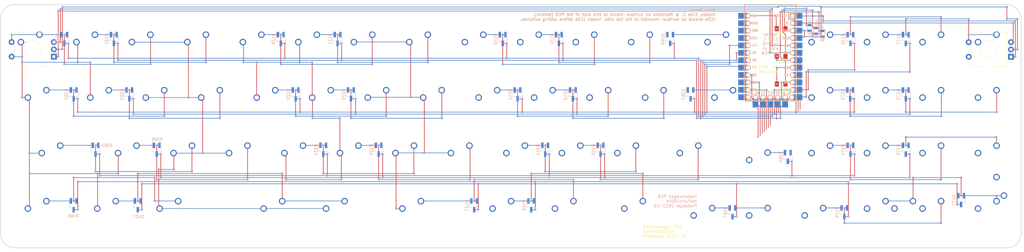
<source format=kicad_pcb>
(kicad_pcb (version 20211014) (generator pcbnew)
  (layers (0 "F.Cu" signal) (31 "B.Cu" signal) (34 "B.Paste" user) (35 "F.Paste" user) (36 "B.SilkS" user "B.Silkscreen") (37 "F.SilkS" user "F.Silkscreen") (38 "B.Mask" user) (39 "F.Mask" user) (44 "Edge.Cuts" user))
  (net 0 "")
  (net 1 "LED1")
  (net 2 "LED1R")
  (net 3 "LED2")
  (net 4 "LED2R")
  (net 5 "LED3")
  (net 6 "LED3R")
  (net 7 "Row0")
  (net 8 "Net-(D100-Pad2)")
  (net 9 "Net-(D100-Pad1)")
  (net 10 "Row1")
  (net 11 "Net-(D101-Pad2)")
  (net 12 "Net-(D101-Pad1)")
  (net 13 "Net-(D120-Pad2)")
  (net 14 "Net-(D120-Pad1)")
  (net 15 "Net-(D121-Pad2)")
  (net 16 "Net-(D121-Pad1)")
  (net 17 "Net-(D140-Pad2)")
  (net 18 "Net-(D140-Pad1)")
  (net 19 "Net-(D141-Pad2)")
  (net 20 "Net-(D141-Pad1)")
  (net 21 "Net-(D160-Pad2)")
  (net 23 "Net-(D170-Pad2)")
  (net 24 "Net-(D170-Pad1)")
  (net 25 "Row2")
  (net 26 "Net-(D202-Pad2)")
  (net 27 "Net-(D202-Pad1)")
  (net 28 "Row3")
  (net 29 "Net-(D203-Pad2)")
  (net 30 "Net-(D203-Pad1)")
  (net 31 "Net-(D222-Pad2)")
  (net 32 "Net-(D222-Pad1)")
  (net 33 "Net-(D223-Pad2)")
  (net 34 "Net-(MX223-Pad2)")
  (net 35 "Net-(D242-Pad2)")
  (net 36 "Net-(D242-Pad1)")
  (net 37 "Net-(D243-Pad2)")
  (net 38 "Net-(D243-Pad1)")
  (net 39 "Net-(D272-Pad2)")
  (net 40 "Net-(D272-Pad1)")
  (net 41 "Net-(D273-Pad2)")
  (net 42 "Net-(D273-Pad1)")
  (net 43 "Row4")
  (net 44 "Net-(D304-Pad2)")
  (net 45 "Net-(D304-Pad1)")
  (net 46 "Row5")
  (net 47 "Net-(D305-Pad2)")
  (net 48 "Net-(D305-Pad1)")
  (net 49 "Net-(D324-Pad2)")
  (net 50 "Net-(D324-Pad1)")
  (net 51 "Net-(D325-Pad2)")
  (net 52 "Net-(D325-Pad1)")
  (net 53 "Net-(D344-Pad2)")
  (net 54 "Net-(D344-Pad1)")
  (net 55 "Net-(D345-Pad2)")
  (net 56 "Net-(D345-Pad1)")
  (net 57 "Net-(D374-Pad2)")
  (net 58 "Net-(D374-Pad1)")
  (net 59 "Net-(D375-Pad2)")
  (net 60 "Net-(D375-Pad1)")
  (net 61 "Row6")
  (net 62 "Net-(D406-Pad2)")
  (net 63 "Net-(D406-Pad1)")
  (net 64 "Row7")
  (net 65 "Net-(D407-Pad2)")
  (net 66 "Net-(D407-Pad1)")
  (net 67 "Net-(D437-Pad2)")
  (net 68 "Net-(D437-Pad1)")
  (net 69 "Net-(D446-Pad2)")
  (net 70 "Net-(D446-Pad1)")
  (net 71 "Net-(D457-Pad2)")
  (net 72 "Net-(D457-Pad1)")
  (net 73 "Net-(D476-Pad2)")
  (net 74 "Net-(D476-Pad1)")
  (net 75 "Net-(D477-Pad2)")
  (net 76 "Net-(D477-Pad1)")
  (net 77 "Col0")
  (net 78 "Col1")
  (net 79 "Col2")
  (net 80 "Col3")
  (net 81 "Col4")
  (net 82 "Col5")
  (net 83 "Col6")
  (net 84 "Col7")
  (net 85 "Col8")
  (net 86 "GND")
  (net 87 "Rotary0B")
  (net 88 "Rotary0A")
  (net 89 "Rotary1B")
  (net 90 "Rotary1A")
  (net 92 "Net-(D171-Pad2)")
  (net 93 "Net-(D171-Pad1)")
  (net 96 "Net-(D262-Pad2)")
  (net 98 "Net-(MX364-Pad2)")
  (footprint "LED_SMD:LED_1206_3216Metric_Pad1.42x1.75mm_HandSolder" (layer "F.Cu") (at 282.5875 27.7475 180)
    (fp_text reference "D2")
    (fp_text value "LED")
  )
  (footprint "LED_SMD:LED_1206_3216Metric_Pad1.42x1.75mm_HandSolder" (layer "F.Cu") (at 282.5875 37.25 180)
    (fp_text reference "D3")
    (fp_text value "LED")
  )
  (footprint "MX_Only:MXOnly-1U-NoLED" (layer "F.Cu") (at 44.45 25.4)
    (fp_text reference "MX101")
    (fp_text value "MX-NoLED")
  )
  (footprint "MX_Only:MXOnly-1U-NoLED" (layer "F.Cu") (at 63.5 25.4)
    (fp_text reference "MX110")
    (fp_text value "MX-NoLED")
  )
  (footprint "MX_Only:MXOnly-1U-NoLED" (layer "F.Cu") (at 82.55 25.4)
    (fp_text reference "MX111")
    (fp_text value "MX-NoLED")
  )
  (footprint "MX_Only:MXOnly-1U-NoLED" (layer "F.Cu") (at 101.6 25.4)
    (fp_text reference "MX120")
    (fp_text value "MX-NoLED")
  )
  (footprint "MX_Only:MXOnly-1U-NoLED" (layer "F.Cu") (at 120.65 25.4)
    (fp_text reference "MX121")
    (fp_text value "MX-NoLED")
  )
  (footprint "MX_Only:MXOnly-1U-NoLED" (layer "F.Cu") (at 139.7 25.4)
    (fp_text reference "MX130")
    (fp_text value "MX-NoLED")
  )
  (footprint "MX_Only:MXOnly-1U-NoLED" (layer "F.Cu") (at 158.75 25.4)
    (fp_text reference "MX131")
    (fp_text value "MX-NoLED")
  )
  (footprint "MX_Only:MXOnly-1U-NoLED" (layer "F.Cu") (at 177.8 25.4)
    (fp_text reference "MX140")
    (fp_text value "MX-NoLED")
  )
  (footprint "MX_Only:MXOnly-1U-NoLED" (layer "F.Cu") (at 196.85 25.4)
    (fp_text reference "MX141")
    (fp_text value "MX-NoLED")
  )
  (footprint "MX_Only:MXOnly-1U-NoLED" (layer "F.Cu") (at 215.9 25.4)
    (fp_text reference "MX150")
    (fp_text value "MX-NoLED")
  )
  (footprint "MX_Only:MXOnly-1U-NoLED" (layer "F.Cu") (at 234.95 25.4)
    (fp_text reference "MX151")
    (fp_text value "MX-NoLED")
  )
  (footprint "MX_Only:MXOnly-1.75U-NoLED" (layer "F.Cu") (at 261.14375 25.4)
    (fp_text reference "MX160")
    (fp_text value "MX-NoLED")
  )
  (footprint "MX_Only:MXOnly-1U-NoLED" (layer "F.Cu") (at 296.8625 25.4)
    (fp_text reference "MX170")
    (fp_text value "MX-NoLED")
  )
  (footprint "MX_Only:MXOnly-1U-NoLED" (layer "F.Cu") (at 315.9125 25.4)
    (fp_text reference "MX171")
    (fp_text value "MX-NoLED")
  )
  (footprint "MX_Only:MXOnly-1U-NoLED" (layer "F.Cu") (at 334.9625 25.4)
    (fp_text reference "MX180")
    (fp_text value "MX-NoLED")
  )
  (footprint "MX_Only:MXOnly-1U-NoLED" (layer "F.Cu") (at 354.0125 25.4)
    (fp_text reference "MX181")
    (fp_text value "MX-NoLED")
  )
  (footprint "MX_Only:MXOnly-1.25U-NoLED" (layer "F.Cu") (at 27.78125 44.45)
    (fp_text reference "MX202")
    (fp_text value "MX-NoLED")
  )
  (footprint "MX_Only:MXOnly-1U-NoLED" (layer "F.Cu") (at 49.2125 44.45)
    (fp_text reference "MX203")
    (fp_text value "MX-NoLED")
  )
  (footprint "MX_Only:MXOnly-1U-NoLED" (layer "F.Cu") (at 68.2625 44.45)
    (fp_text reference "MX212")
    (fp_text value "MX-NoLED")
  )
  (footprint "MX_Only:MXOnly-1U-NoLED" (layer "F.Cu") (at 87.3125 44.45)
    (fp_text reference "MX213")
    (fp_text value "MX-NoLED")
  )
  (footprint "MX_Only:MXOnly-1U-NoLED" (layer "F.Cu") (at 106.3625 44.45)
    (fp_text reference "MX222")
    (fp_text value "MX-NoLED")
  )
  (footprint "MX_Only:MXOnly-1U-NoLED" (layer "F.Cu") (at 125.4125 44.45)
    (fp_text reference "MX223")
    (fp_text value "MX-NoLED")
  )
  (footprint "MX_Only:MXOnly-1U-NoLED" (layer "F.Cu") (at 144.4625 44.45)
    (fp_text reference "MX232")
    (fp_text value "MX-NoLED")
  )
  (footprint "MX_Only:MXOnly-1U-NoLED" (layer "F.Cu") (at 163.5125 44.45)
    (fp_text reference "MX233")
    (fp_text value "MX-NoLED")
  )
  (footprint "MX_Only:MXOnly-1U-NoLED" (layer "F.Cu") (at 182.5625 44.45)
    (fp_text reference "MX242")
    (fp_text value "MX-NoLED")
  )
  (footprint "MX_Only:MXOnly-1U-NoLED" (layer "F.Cu") (at 201.6125 44.45)
    (fp_text reference "MX243")
    (fp_text value "MX-NoLED")
  )
  (footprint "MX_Only:MXOnly-1U-NoLED" (layer "F.Cu") (at 220.6625 44.45)
    (fp_text reference "MX252")
    (fp_text value "MX-NoLED")
  )
  (footprint "MX_Only:MXOnly-1U-NoLED" (layer "F.Cu") (at 239.7125 44.45)
    (fp_text reference "MX253")
    (fp_text value "MX-NoLED")
  )
  (footprint "MX_Only:MXOnly-1.5U-NoLED" (layer "F.Cu") (at 263.525 44.45)
    (fp_text reference "MX262")
    (fp_text value "MX-NoLED")
  )
  (footprint "MX_Only:MXOnly-1U-NoLED" (layer "F.Cu") (at 296.8625 44.45)
    (fp_text reference "MX272")
    (fp_text value "MX-NoLED")
  )
  (footprint "MX_Only:MXOnly-1U-NoLED" (layer "F.Cu") (at 315.9125 44.45)
    (fp_text reference "MX273")
    (fp_text value "MX-NoLED")
  )
  (footprint "MX_Only:MXOnly-1U-NoLED" (layer "F.Cu") (at 334.9625 44.45)
    (fp_text reference "MX282")
    (fp_text value "MX-NoLED")
  )
  (footprint "MX_Only:MXOnly-1U-NoLED" (layer "F.Cu") (at 354.0125 44.45)
    (fp_text reference "MX283")
    (fp_text value "MX-NoLED")
  )
  (footprint "MX_Only:MXOnly-1.75U-NoLED" (layer "F.Cu") (at 32.54375 63.5)
    (fp_text reference "MX304")
    (fp_text value "MX-NoLED")
  )
  (footprint "MX_Only:MXOnly-1U-NoLED" (layer "F.Cu") (at 58.7375 63.5)
    (fp_text reference "MX305")
    (fp_text value "MX-NoLED")
  )
  (footprint "MX_Only:MXOnly-1U-NoLED" (layer "F.Cu") (at 77.7875 63.5)
    (fp_text reference "MX314")
    (fp_text value "MX-NoLED")
  )
  (footprint "MX_Only:MXOnly-1U-NoLED" (layer "F.Cu") (at 96.8375 63.5)
    (fp_text reference "MX315")
    (fp_text value "MX-NoLED")
  )
  (footprint "MX_Only:MXOnly-1U-NoLED" (layer "F.Cu") (at 115.8875 63.5)
    (fp_text reference "MX324")
    (fp_text value "MX-NoLED")
  )
  (footprint "MX_Only:MXOnly-1U-NoLED" (layer "F.Cu") (at 134.9375 63.5)
    (fp_text reference "MX325")
    (fp_text value "MX-NoLED")
  )
  (footprint "MX_Only:MXOnly-1U-NoLED" (layer "F.Cu") (at 153.9875 63.5)
    (fp_text reference "MX334")
    (fp_text value "MX-NoLED")
  )
  (footprint "MX_Only:MXOnly-1U-NoLED" (layer "F.Cu") (at 173.0375 63.5)
    (fp_text reference "MX335")
    (fp_text value "MX-NoLED")
  )
  (footprint "MX_Only:MXOnly-1U-NoLED" (layer "F.Cu") (at 192.0875 63.5)
    (fp_text reference "MX344")
    (fp_text value "MX-NoLED")
  )
  (footprint "MX_Only:MXOnly-1U-NoLED" (layer "F.Cu") (at 211.1375 63.5)
    (fp_text reference "MX345")
    (fp_text value "MX-NoLED")
  )
  (footprint "MX_Only:MXOnly-1U-NoLED" (layer "F.Cu") (at 230.1875 63.5)
    (fp_text reference "MX354")
    (fp_text value "MX-NoLED")
  )
  (footprint "MX_Only:MXOnly-1.25U-NoLED" (layer "F.Cu") (at 251.61875 63.5)
    (fp_text reference "MX355")
    (fp_text value "MX-NoLED")
  )
  (footprint "MX_Only:MXOnly-1U-NoLED" (layer "F.Cu") (at 275.43125 65.88125)
    (fp_text reference "MX364")
    (fp_text value "MX-NoLED")
  )
  (footprint "MX_Only:MXOnly-1U-NoLED" (layer "F.Cu") (at 296.8625 63.5)
    (fp_text reference "MX374")
    (fp_text value "MX-NoLED")
  )
  (footprint "MX_Only:MXOnly-1U-NoLED" (layer "F.Cu") (at 315.9125 63.5)
    (fp_text reference "MX375")
    (fp_text value "MX-NoLED")
  )
  (footprint "MX_Only:MXOnly-1U-NoLED" (layer "F.Cu") (at 334.9625 63.5)
    (fp_text reference "MX384")
    (fp_text value "MX-NoLED")
  )
  (footprint "MX_Only:MXOnly-1U-NoLED" (layer "F.Cu") (at 354.0125 63.5)
    (fp_text reference "MX385")
    (fp_text value "MX-NoLED")
  )
  (footprint "MX_Only:MXOnly-1.25U-NoLED" (layer "F.Cu") (at 27.78125 82.55)
    (fp_text reference "MX406")
    (fp_text value "MX-NoLED")
  )
  (footprint "MX_Only:MXOnly-1U-NoLED" (layer "F.Cu") (at 73.025 82.55)
    (fp_text reference "MX416")
    (fp_text value "MX-NoLED")
  )
  (footprint "MX_Only:MXOnly-2.75U-ReversedStabilizers-NoLED" (layer "F.Cu") (at 108.74375 82.55)
    (fp_text reference "MX417")
    (fp_text value "MX-NoLED")
  )
  (footprint "MX_Only:MXOnly-7U-ReversedStabilizers-NoLED" (layer "F.Cu") (at 130.175 82.55)
    (fp_text reference "MX417.700")
    (fp_text value "MX-NoLED")
  )
  (footprint "MX_Only:MXOnly-2.25U-ReversedStabilizers-NoLED" (layer "F.Cu") (at 156.36875 82.55)
    (fp_text reference "MX437")
    (fp_text value "MX-NoLED")
  )
  (footprint "MX_Only:MXOnly-1U-NoLED" (layer "F.Cu") (at 187.325 82.55)
    (fp_text reference "MX446")
    (fp_text value "MX-NoLED")
  )
  (footprint "MX_Only:MXOnly-1.25U-NoLED" (layer "F.Cu") (at 208.75625 82.55)
    (fp_text reference "MX447")
    (fp_text value "MX-NoLED")
  )
  (footprint "MX_Only:MXOnly-1.25U-NoLED" (layer "F.Cu") (at 232.56875 82.55)
    (fp_text reference "MX456")
    (fp_text value "MX-NoLED")
  )
  (footprint "MX_Only:MXOnly-1U-NoLED" (layer "F.Cu") (at 256.38125 84.93125)
    (fp_text reference "MX457")
    (fp_text value "MX-NoLED")
  )
  (footprint "MX_Only:MXOnly-1U-NoLED" (layer "F.Cu") (at 275.43125 84.93125)
    (fp_text reference "MX467")
    (fp_text value "MX-NoLED")
  )
  (footprint "MX_Only:MXOnly-1U-NoLED" (layer "F.Cu") (at 294.48125 84.93125)
    (fp_text reference "MX476")
    (fp_text value "MX-NoLED")
  )
  (footprint "MX_Only:MXOnly-1U-NoLED" (layer "F.Cu") (at 315.9125 82.55)
    (fp_text reference "MX477")
    (fp_text value "MX-NoLED")
  )
  (footprint "MX_Only:MXOnly-2U-ReversedStabilizers-NoLED" (layer "F.Cu") (at 325.3232 82.5246)
    (fp_text reference "MX477.200")
    (fp_text value "MX-NoLED")
  )
  (footprint "MX_Only:MXOnly-1U-NoLED" (layer "F.Cu") (at 334.9625 82.55)
    (fp_text reference "MX486")
    (fp_text value "MX-NoLED")
  )
  (footprint "MX_Only:MXOnly-1U-NoLED" (layer "F.Cu") (at 354.0125 82.55)
    (fp_text reference "MX487")
    (fp_text value "MX-NoLED")
  )
  (footprint "MX_Only:MXOnly-2U-NoLED" (layer "F.Cu") (at 354.0125 73.025 -90)
    (fp_text reference "MX487.200")
    (fp_text value "MX-NoLED")
  )
  (footprint "Keebio-Parts:RotaryEncoder_EC11-no-legs" (layer "F.Cu") (at 25.4 25.35625 180)
    (fp_text reference "RSW100")
    (fp_text value "Rotary_Encoder_Switch")
  )
  (footprint "Keebio-Parts:RotaryEncoder_EC11-no-legs" (layer "F.Cu") (at 354.0125 25.4 180)
    (fp_text reference "RSW181")
    (fp_text value "Rotary_Encoder_Switch")
  )
  (footprint "MX_Only:MXOnly-1U-NoLED" (layer "F.Cu") (at 25.4 25.4)
    (fp_text reference "MX100")
    (fp_text value "MX-NoLED")
  )
  (footprint "LED_SMD:LED_1206_3216Metric_Pad1.42x1.75mm_HandSolder" (layer "F.Cu") (at 282.5875 18.25 180)
    (fp_text reference "D1")
    (fp_text value "LED")
  )
  (footprint "MX_Only:MXOnly-1.25U-NoLED" (layer "F.Cu") (at 51.59375 82.55)
    (fp_text reference "MX407")
    (fp_text value "MX-NoLED")
  )
  (footprint "Keebio-Parts:SOT-23_Handsoldering" (layer "B.Cu") (at 36.5 21.8 -90)
    (fp_text reference "D100")
    (fp_text value "BAV70")
  )
  (footprint "Keebio-Parts:SOT-23_Handsoldering" (layer "B.Cu") (at 53.5 21.8 -90)
    (fp_text reference "D101")
    (fp_text value "BAV70")
  )
  (footprint "Keebio-Parts:SOT-23_Handsoldering" (layer "B.Cu") (at 110.8 21.8 -90)
    (fp_text reference "D120")
    (fp_text value "BAV70")
  )
  (footprint "Keebio-Parts:SOT-23_Handsoldering" (layer "B.Cu") (at 130.3 21.8 -90)
    (fp_text reference "D121")
    (fp_text value "BAV70")
  )
  (footprint "Keebio-Parts:SOT-23_Handsoldering" (layer "B.Cu") (at 187 21.8 -90)
    (fp_text reference "D140")
    (fp_text value "BAV70")
  )
  (footprint "Keebio-Parts:SOT-23_Handsoldering" (layer "B.Cu") (at 206.3 21.8 -90)
    (fp_text reference "D141")
    (fp_text value "BAV70")
  )
  (footprint "Keebio-Parts:SOT-23_Handsoldering" (layer "B.Cu") (at 244.5 21.8 -90)
    (fp_text reference "D160")
    (fp_text value "BAV70")
  )
  (footprint "Keebio-Parts:SOT-23_Handsoldering" (layer "B.Cu") (at 306.4 21.8 -90)
    (fp_text reference "D170")
    (fp_text value "BAV70")
  )
  (footprint "Keebio-Parts:SOT-23_Handsoldering" (layer "B.Cu") (at 325.4 21.8 -90)
    (fp_text reference "D171")
    (fp_text value "BAV70")
  )
  (footprint "Keebio-Parts:SOT-23_Handsoldering" (layer "B.Cu") (at 39.7 40.8 -90)
    (fp_text reference "D202")
    (fp_text value "BAV70")
  )
  (footprint "Keebio-Parts:SOT-23_Handsoldering" (layer "B.Cu") (at 58.8 40.8 -90)
    (fp_text reference "D203")
    (fp_text value "BAV70")
  )
  (footprint "Keebio-Parts:SOT-23_Handsoldering" (layer "B.Cu") (at 115.9 40.8 -90)
    (fp_text reference "D222")
    (fp_text value "BAV70")
  )
  (footprint "Keebio-Parts:SOT-23_Handsoldering" (layer "B.Cu") (at 134.9 40.8 -90)
    (fp_text reference "D223")
    (fp_text value "BAV70")
  )
  (footprint "Keebio-Parts:SOT-23_Handsoldering" (layer "B.Cu") (at 192.1 40.8 -90)
    (fp_text reference "D242")
    (fp_text value "BAV70")
  )
  (footprint "Keebio-Parts:SOT-23_Handsoldering" (layer "B.Cu") (at 211.1 40.8 -90)
    (fp_text reference "D243")
    (fp_text value "BAV70")
  )
  (footprint "Keebio-Parts:SOT-23_Handsoldering" (layer "B.Cu") (at 251.5 40.8 -90)
    (fp_text reference "D262")
    (fp_text value "BAV70")
  )
  (footprint "Keebio-Parts:SOT-23_Handsoldering" (layer "B.Cu") (at 306.3 40.8 -90)
    (fp_text reference "D272")
    (fp_text value "BAV70")
  )
  (footprint "Keebio-Parts:SOT-23_Handsoldering" (layer "B.Cu") (at 325.4 40.8 -90)
    (fp_text reference "D273")
    (fp_text value "BAV70")
  )
  (footprint "Keebio-Parts:SOT-23_Handsoldering" (layer "B.Cu") (at 47.194381 59.8 -90)
    (fp_text reference "D304")
    (fp_text value "BAV70")
  )
  (footprint "Keebio-Parts:SOT-23_Handsoldering" (layer "B.Cu") (at 68.2 59.8 -90)
    (fp_text reference "D305")
    (fp_text value "BAV70")
  )
  (footprint "Keebio-Parts:SOT-23_Handsoldering" (layer "B.Cu") (at 125.4 59.8 -90)
    (fp_text reference "D324")
    (fp_text value "BAV70")
  )
  (footprint "Keebio-Parts:SOT-23_Handsoldering" (layer "B.Cu") (at 144.4 59.8 -90)
    (fp_text reference "D325")
    (fp_text value "BAV70")
  )
  (footprint "Keebio-Parts:SOT-23_Handsoldering" (layer "B.Cu") (at 201.6 59.8 -90)
    (fp_text reference "D344")
    (fp_text value "BAV70")
  )
  (footprint "Keebio-Parts:SOT-23_Handsoldering" (layer "B.Cu") (at 220.6 59.8 -90)
    (fp_text reference "D345")
    (fp_text value "BAV70")
  )
  (footprint "Keebio-Parts:SOT-23_Handsoldering" (layer "B.Cu") (at 284.9 62.3 -90)
    (fp_text reference "D364")
    (fp_text value "BAV70")
  )
  (footprint "Keebio-Parts:SOT-23_Handsoldering" (layer "B.Cu") (at 306.4 59.8 -90)
    (fp_text reference "D374")
    (fp_text value "BAV70")
  )
  (footprint "Keebio-Parts:SOT-23_Handsoldering" (layer "B.Cu") (at 325.4 59.8 -90)
    (fp_text reference "D375")
    (fp_text value "BAV70")
  )
  (footprint "Keebio-Parts:SOT-23_Handsoldering" (layer "B.Cu") (at 39.7 78.9 -90)
    (fp_text reference "D406")
    (fp_text value "BAV70")
  )
  (footprint "Keebio-Parts:SOT-23_Handsoldering" (layer "B.Cu") (at 61.7 78.9 -90)
    (fp_text reference "D407")
    (fp_text value "BAV70")
  )
  (footprint "Keebio-Parts:SOT-23_Handsoldering" (layer "B.Cu") (at 177.2 78.9 -90)
    (fp_text reference "D437")
    (fp_text value "BAV70")
  )
  (footprint "Keebio-Parts:SOT-23_Handsoldering" (layer "B.Cu") (at 196.8 78.9 -90)
    (fp_text reference "D446")
    (fp_text value "BAV70")
  )
  (footprint "Keebio-Parts:SOT-23_Handsoldering" (layer "B.Cu") (at 265.9 81.3 -90)
    (fp_text reference "D457")
    (fp_text value "BAV70")
  )
  (footprint "Keebio-Parts:SOT-23_Handsoldering" (layer "B.Cu") (at 344.399437 77.1 -90)
    (fp_text reference "D477")
    (fp_text value "BAV70")
  )
  (footprint "Keebio-Parts:R_0805" (layer "B.Cu") (at 292.4 18 90)
    (fp_text reference "R1")
    (fp_text value "470")
  )
  (footprint "Keebio-Parts:R_0805" (layer "B.Cu") (at 294.6 19 90)
    (fp_text reference "R2")
    (fp_text value "470")
  )
  (footprint "Keebio-Parts:R_0805" (layer "B.Cu") (at 296.8 20 90)
    (fp_text reference "R3")
    (fp_text value "470")
  )
  (footprint "Keebio-Parts:Elite-C-castellated-29pin-holes" (layer "B.Cu") (at 278.88 27.81 -90)
    (fp_text reference "U1" hide)
    (fp_text value "Elite-C" hide)
  )
  (footprint "Keebio-Parts:SOT-23_Handsoldering" (layer "B.Cu") (at 304.3 81.3 -90)
    (fp_text reference "D476")
    (fp_text value "BAV70")
  )
  (gr_arc (start 365 88.5) (mid 363.535534 92.035534) (end 360 93.5) (layer "Edge.Cuts") (width 0.2))
  (gr_arc (start 19.5 93.5) (mid 15.964466 92.035534) (end 14.5 88.5) (layer "Edge.Cuts") (width 0.2))
  (gr_line (start 19.5 93.5) (end 360 93.5) (layer "Edge.Cuts") (width 0.2))
  (gr_arc (start 14.5 15) (mid 15.964466 11.464466) (end 19.5 10) (layer "Edge.Cuts") (width 0.2))
  (gr_line (start 14.5 15) (end 14.5 88.5) (layer "Edge.Cuts") (width 0.2))
  (gr_line (start 19.5 10) (end 360 10) (layer "Edge.Cuts") (width 0.2))
  (gr_line (start 365 15) (end 365 88.5) (layer "Edge.Cuts") (width 0.2))
  (gr_arc (start 360 10) (mid 363.535534 11.464466) (end 365 15) (layer "Edge.Cuts") (width 0.2))
  (gr_text "Kastenwagen PCB\nNoPunIn10Did\nPrototype 2022-10" (at 253.772476 77.47) (layer "B.SilkS") (effects (font (size 1 1)) (justify left mirror)))
  (gr_text "Solder\nElite C\nto THIS\nside of\nthe PCB" (at 278.9428 23.4696) (layer "B.SilkS") (effects (font (size 1 1)) (justify mirror)))
  (gr_text "Build Notes:\nDiodes, Elite C, & Resistors all surface-mount to this side of the PCB (bottom).\nLEDs should be surface-mounted to the top side. Install LEDs before adding switches." (at 260.2 13.4) (layer "B.SilkS") (effects (font (size 1 1) (thickness 0.2)) (justify left mirror)))
  (gr_text ">" (at 281 37.2) (layer "F.SilkS") (effects (font (size 1 1))))
  (gr_text ">" (at 281.05 18.27) (layer "F.SilkS") (effects (font (size 1 1))))
  (gr_text "Kastenwagen PCB\nNoPunIn10Did\nPrototype 2022-10" (at 235.0516 87.884) (layer "F.SilkS") (effects (font (size 1 1)) (justify left)))
  (gr_text ">" (at 281.05 27.67) (layer "F.SilkS") (effects (font (size 1 1))))
  (gr_text "LEDs on \nthis side" (at 278.1808 32.2072) (layer "F.SilkS") (effects (font (size 1 1))))
  (segment (start 280.9 13.8) (end 280.9 18.05) (width 0.2) (layer "F.Cu") (net 1))
  (segment (start 280.9 18.05) (end 281.1 18.25) (width 0.2) (layer "F.Cu") (net 1))
  (via (at 280.9 13.8) (size 0.6) (drill 0.3) (layers "F.Cu" "B.Cu") (net 1))
  (segment (start 271.3 13.8) (end 271.26 13.84) (width 0.2) (layer "B.Cu") (net 1))
  (segment (start 280.9 13.8) (end 271.3 13.8) (width 0.2) (layer "B.Cu") (net 1))
  (segment (start 283.7 17.875) (end 284.075 18.25) (width 0.2) (layer "F.Cu") (net 2))
  (segment (start 283.7 11.3) (end 283.7 17.875) (width 0.2) (layer "F.Cu") (net 2))
  (segment (start 291.3 17) (end 291.3 11.3) (width 0.2) (layer "F.Cu") (net 2))
  (via (at 291.3 11.3) (size 0.6) (drill 0.3) (layers "F.Cu" "B.Cu") (net 2))
  (via (at 283.7 11.3) (size 0.6) (drill 0.3) (layers "F.Cu" "B.Cu") (net 2))
  (via (at 291.3 17) (size 0.6) (drill 0.3) (layers "F.Cu" "B.Cu") (net 2))
  (segment (start 292.35 17) (end 291.3 17) (width 0.2) (layer "B.Cu") (net 2))
  (segment (start 283.7 11.3) (end 291.3 11.3) (width 0.2) (layer "B.Cu") (net 2))
  (segment (start 292.4 17.05) (end 292.35 17) (width 0.2) (layer "B.Cu") (net 2))
  (segment (start 281.1 29.1) (end 281.1 27.7475) (width 0.2) (layer "F.Cu") (net 3))
  (via (at 281.1 29.1) (size 0.6) (drill 0.3) (layers "F.Cu" "B.Cu") (net 3))
  (segment (start 286.5 29.08) (end 286.48 29.1) (width 0.2) (layer "B.Cu") (net 3))
  (segment (start 286.48 29.1) (end 281.1 29.1) (width 0.2) (layer "B.Cu") (net 3))
  (segment (start 284.1 20.3) (end 284.1 27.7225) (width 0.2) (layer "F.Cu") (net 4))
  (segment (start 283 19.2) (end 284.1 20.3) (width 0.2) (layer "F.Cu") (net 4))
  (segment (start 283 11.9) (end 283 19.2) (width 0.2) (layer "F.Cu") (net 4))
  (segment (start 293.4 18) (end 293.4 11.9) (width 0.2) (layer "F.Cu") (net 4))
  (segment (start 284.1 27.7225) (end 284.075 27.7475) (width 0.2) (layer "F.Cu") (net 4))
  (via (at 293.4 11.9) (size 0.6) (drill 0.3) (layers "F.Cu" "B.Cu") (net 4))
  (via (at 283 11.9) (size 0.6) (drill 0.3) (layers "F.Cu" "B.Cu") (net 4))
  (via (at 293.4 18) (size 0.6) (drill 0.3) (layers "F.Cu" "B.Cu") (net 4))
  (segment (start 294.55 18) (end 293.4 18) (width 0.2) (layer "B.Cu") (net 4))
  (segment (start 294.6 18.05) (end 294.55 18) (width 0.2) (layer "B.Cu") (net 4))
  (segment (start 293.4 11.9) (end 283 11.9) (width 0.2) (layer "B.Cu") (net 4))
  (segment (start 281.1 31.6) (end 281.1 37.25) (width 0.2) (layer "F.Cu") (net 5))
  (via (at 281.1 31.6) (size 0.6) (drill 0.3) (layers "F.Cu" "B.Cu") (net 5))
  (segment (start 286.48 31.6) (end 281.1 31.6) (width 0.2) (layer "B.Cu") (net 5))
  (segment (start 286.5 31.62) (end 286.48 31.6) (width 0.2) (layer "B.Cu") (net 5))
  (segment (start 282.3 28) (end 284.1 29.8) (width 0.2) (layer "F.Cu") (net 6))
  (segment (start 282.3 12.5) (end 282.3 28) (width 0.2) (layer "F.Cu") (net 6))
  (segment (start 284.1 29.8) (end 284.1 37.225) (width 0.2) (layer "F.Cu") (net 6))
  (segment (start 295.6 12.5) (end 295.6 19) (width 0.2) (layer "F.Cu") (net 6))
  (segment (start 284.1 37.225) (end 284.075 37.25) (width 0.2) (layer "F.Cu") (net 6))
  (via (at 282.3 12.5) (size 0.6) (drill 0.3) (layers "F.Cu" "B.Cu") (net 6))
  (via (at 295.6 19) (size 0.6) (drill 0.3) (layers "F.Cu" "B.Cu") (net 6))
  (via (at 295.6 12.5) (size 0.6) (drill 0.3) (layers "F.Cu" "B.Cu") (net 6))
  (segment (start 296.75 19) (end 295.6 19) (width 0.2) (layer "B.Cu") (net 6))
  (segment (start 296.8 19.05) (end 296.75 19) (width 0.2) (layer "B.Cu") (net 6))
  (segment (start 282.3 12.5) (end 295.6 12.5) (width 0.2) (layer "B.Cu") (net 6))
  (segment (start 280.2 42.2) (end 279.6 42.8) (width 0.2) (layer "F.Cu") (net 7))
  (segment (start 291.9 32.4) (end 291.9 39.2) (width 0.2) (layer "F.Cu") (net 7))
  (segment (start 37.9 28.4) (end 37.9 23.3) (width 0.2) (layer "F.Cu") (net 7))
  (segment (start 188.4 28.4) (end 188.4 23.3) (width 0.2) (layer "F.Cu") (net 7))
  (segment (start 112.2 28.4) (end 112.2 23.3) (width 0.2) (layer "F.Cu") (net 7))
  (segment (start 245.9 28.4) (end 245.9 23.3) (width 0.2) (layer "F.Cu") (net 7))
  (segment (start 280.2 39.3) (end 280.2 42.2) (width 0.2) (layer "F.Cu") (net 7))
  (segment (start 254.3 48.3) (end 254.3 28.4) (width 0.2) (layer "F.Cu") (net 7))
  (segment (start 279.6 42.8) (end 279.6 48.3) (width 0.2) (layer "F.Cu") (net 7))
  (segment (start 307.8 23.3) (end 307.8 32.4) (width 0.2) (layer "F.Cu") (net 7))
  (via (at 280.2 39.3) (size 0.6) (drill 0.3) (layers "F.Cu" "B.Cu") (net 7))
  (via (at 307.8 32.4) (size 0.6) (drill 0.3) (layers "F.Cu" "B.Cu") (net 7))
  (via (at 245.9 23.3) (size 0.6) (drill 0.3) (layers "F.Cu" "B.Cu") (net 7))
  (via (at 279.6 48.3) (size 0.6) (drill 0.3) (layers "F.Cu" "B.Cu") (net 7))
  (via (at 37.9 23.3) (size 0.6) (drill 0.3) (layers "F.Cu" "B.Cu") (net 7))
  (via (at 307.8 23.3) (size 0.6) (drill 0.3) (layers "F.Cu" "B.Cu") (net 7))
  (via (at 254.3 48.3) (size 0.6) (drill 0.3) (layers "F.Cu" "B.Cu") (net 7))
  (via (at 112.2 23.3) (size 0.6) (drill 0.3) (layers "F.Cu" "B.Cu") (net 7))
  (via (at 245.9 28.4) (size 0.6) (drill 0.3) (layers "F.Cu" "B.Cu") (net 7))
  (via (at 291.9 39.2) (size 0.6) (drill 0.3) (layers "F.Cu" "B.Cu") (net 7))
  (via (at 188.4 23.3) (size 0.6) (drill 0.3) (layers "F.Cu" "B.Cu") (net 7))
  (via (at 112.2 28.4) (size 0.6) (drill 0.3) (layers "F.Cu" "B.Cu") (net 7))
  (via (at 291.9 32.4) (size 0.6) (drill 0.3) (layers "F.Cu" "B.Cu") (net 7))
  (via (at 188.4 28.4) (size 0.6) (drill 0.3) (layers "F.Cu" "B.Cu") (net 7))
  (via (at 37.9 28.4) (size 0.6) (drill 0.3) (layers "F.Cu" "B.Cu") (net 7))
  (via (at 254.3 28.4) (size 0.6) (drill 0.3) (layers "F.Cu" "B.Cu") (net 7))
  (segment (start 188.4 28.4) (end 112.2 28.4) (width 0.2) (layer "B.Cu") (net 7))
  (segment (start 36.5 23.3) (end 37.9 23.3) (width 0.2) (layer "B.Cu") (net 7))
  (segment (start 244.5 23.3) (end 245.9 23.3) (width 0.2) (layer "B.Cu") (net 7))
  (segment (start 291.9 32.4) (end 307.8 32.4) (width 0.2) (layer "B.Cu") (net 7))
  (segment (start 286.44 39.3) (end 280.2 39.3) (width 0.2) (layer "B.Cu") (net 7))
  (segment (start 279.6 48.3) (end 254.3 48.3) (width 0.2) (layer "B.Cu") (net 7))
  (segment (start 291.9 39.2) (end 288.318 39.2) (width 0.2) (layer "B.Cu") (net 7))
  (segment (start 286.5 39.24) (end 286.44 39.3) (width 0.2) (layer "B.Cu") (net 7))
  (segment (start 288.318 39.2) (end 288.278 39.24) (width 0.2) (layer "B.Cu") (net 7))
  (segment (start 112.2 28.4) (end 37.9 28.4) (width 0.2) (layer "B.Cu") (net 7))
  (segment (start 254.3 28.4) (end 245.9 28.4) (width 0.2) (layer "B.Cu") (net 7))
  (segment (start 187 23.3) (end 188.4 23.3) (width 0.2) (layer "B.Cu") (net 7))
  (segment (start 110.8 23.3) (end 112.2 23.3) (width 0.2) (layer "B.Cu") (net 7))
  (segment (start 306.4 23.3) (end 307.8 23.3) (width 0.2) (layer "B.Cu") (net 7))
  (segment (start 245.9 28.4) (end 188.4 28.4) (width 0.2) (layer "B.Cu") (net 7))
  (segment (start 66.04 20.32) (end 66.1 20.38) (width 0.2) (layer "F.Cu") (net 8))
  (segment (start 66.1 20.38) (end 66.1 30.5) (width 0.2) (layer "F.Cu") (net 8))
  (segment (start 36.5 30.5) (end 36.5 20.3) (width 0.2) (layer "F.Cu") (net 8))
  (via (at 36.5 20.3) (size 0.6) (drill 0.3) (layers "F.Cu" "B.Cu") (net 8))
  (via (at 66.1 30.5) (size 0.6) (drill 0.3) (layers "F.Cu" "B.Cu") (net 8))
  (via (at 36.5 30.5) (size 0.6) (drill 0.3) (layers "F.Cu" "B.Cu") (net 8))
  (segment (start 66.1 30.5) (end 36.5 30.5) (width 0.2) (layer "B.Cu") (net 8))
  (segment (start 37.45 20.3) (end 36.5 20.3) (width 0.2) (layer "B.Cu") (net 8))
  (segment (start 18.4 20.3) (end 18.4 22.85625) (width 0.2) (layer "F.Cu") (net 9))
  (via (at 18.4 20.3) (size 0.6) (drill 0.3) (layers "F.Cu" "B.Cu") (net 9))
  (segment (start 27.92 20.3) (end 18.4 20.3) (width 0.2) (layer "B.Cu") (net 9))
  (segment (start 27.96 20.3) (end 27.94 20.32) (width 0.2) (layer "B.Cu") (net 9))
  (segment (start 35.55 20.3) (end 27.96 20.3) (width 0.2) (layer "B.Cu") (net 9))
  (segment (start 27.94 20.32) (end 27.92 20.3) (width 0.2) (layer "B.Cu") (net 9))
  (segment (start 253.6 29.1) (end 253.6 49) (width 0.2) (layer "F.Cu") (net 10))
  (segment (start 207.7 23.3) (end 207.7 29.1) (width 0.2) (layer "F.Cu") (net 10))
  (segment (start 326.8 23.3) (end 326.8 33.1) (width 0.2) (layer "F.Cu") (net 10))
  (segment (start 282.4 49) (end 282.4 45.2) (width 0.2) (layer "F.Cu") (net 10))
  (segment (start 285.82 41.78) (end 286.2714 41.78) (width 0.2) (layer "F.Cu") (net 10))
  (segment (start 291.2 33.1) (end 291.2 41.7) (width 0.2) (layer "F.Cu") (net 10))
  (segment (start 54.9 29.1) (end 54.9 23.3) (width 0.2) (layer "F.Cu") (net 10))
  (segment (start 282.4 45.2) (end 285.82 41.78) (width 0.2) (layer "F.Cu") (net 10))
  (segment (start 131.7 29.1) (end 131.7 23.3) (width 0.2) (layer "F.Cu") (net 10))
  (via (at 326.8 33.1) (size 0.6) (drill 0.3) (layers "F.Cu" "B.Cu") (net 10))
  (via (at 253.6 49) (size 0.6) (drill 0.3) (layers "F.Cu" "B.Cu") (net 10))
  (via (at 291.2 33.1) (size 0.6) (drill 0.3) (layers "F.Cu" "B.Cu") (net 10))
  (via (at 207.7 23.3) (size 0.6) (drill 0.3) (layers "F.Cu" "B.Cu") (net 10))
  (via (at 326.8 23.3) (size 0.6) (drill 0.3) (layers "F.Cu" "B.Cu") (net 10))
  (via (at 207.7 29.1) (size 0.6) (drill 0.3) (layers "F.Cu" "B.Cu") (net 10))
  (via (at 54.9 23.3) (size 0.6) (drill 0.3) (layers "F.Cu" "B.Cu") (net 10))
  (via (at 291.2 41.7) (size 0.6) (drill 0.3) (layers "F.Cu" "B.Cu") (net 10))
  (via (at 131.7 29.1) (size 0.6) (drill 0.3) (layers "F.Cu" "B.Cu") (net 10))
  (via (at 282.4 49) (size 0.6) (drill 0.3) (layers "F.Cu" "B.Cu") (net 10))
  (via (at 253.6 29.1) (size 0.6) (drill 0.3) (layers "F.Cu" "B.Cu") (net 10))
  (via (at 131.7 23.3) (size 0.6) (drill 0.3) (layers "F.Cu" "B.Cu") (net 10))
  (via (at 54.9 29.1) (size 0.6) (drill 0.3) (layers "F.Cu" "B.Cu") (net 10))
  (segment (start 288.358 41.7) (end 288.278 41.78) (width 0.2) (layer "B.Cu") (net 10))
  (segment (start 207.7 29.1) (end 253.6 29.1) (width 0.2) (layer "B.Cu") (net 10))
  (segment (start 206.3 23.3) (end 207.7 23.3) (width 0.2) (layer "B.Cu") (net 10))
  (segment (start 326.8 33.1) (end 291.2 33.1) (width 0.2) (layer "B.Cu") (net 10))
  (segment (start 130.3 23.3) (end 131.7 23.3) (width 0.2) (layer "B.Cu") (net 10))
  (segment (start 131.7 29.1) (end 54.9 29.1) (width 0.2) (layer "B.Cu") (net 10))
  (segment (start 325.4 23.3) (end 326.8 23.3) (width 0.2) (layer "B.Cu") (net 10))
  (segment (start 291.2 41.7) (end 288.358 41.7) (width 0.2) (layer "B.Cu") (net 10))
  (segment (start 53.5 23.3) (end 54.9 23.3) (width 0.2) (layer "B.Cu") (net 10))
  (segment (start 207.7 29.1) (end 131.7 29.1) (width 0.2) (layer "B.Cu") (net 10))
  (segment (start 253.6 49) (end 282.4 49) (width 0.2) (layer "B.Cu") (net 10))
  (segment (start 53.5 20.3) (end 53.5 29.8) (width 0.2) (layer "F.Cu") (net 11))
  (segment (start 85.1 20.33) (end 85.09 20.32) (width 0.2) (layer "F.Cu") (net 11))
  (segment (start 85.1 29.8) (end 85.1 20.33) (width 0.2) (layer "F.Cu") (net 11))
  (via (at 85.1 29.8) (size 0.6) (drill 0.3) (layers "F.Cu" "B.Cu") (net 11))
  (via (at 53.5 20.3) (size 0.6) (drill 0.3) (layers "F.Cu" "B.Cu") (net 11))
  (via (at 53.5 29.8) (size 0.6) (drill 0.3) (layers "F.Cu" "B.Cu") (net 11))
  (segment (start 54.45 20.3) (end 53.5 20.3) (width 0.2) (layer "B.Cu") (net 11))
  (segment (start 53.5 29.8) (end 85.1 29.8) (width 0.2) (layer "B.Cu") (net 11))
  (segment (start 52.55 20.3) (end 47.01 20.3) (width 0.2) (layer "B.Cu") (net 12))
  (segment (start 47.01 20.3) (end 46.99 20.32) (width 0.2) (layer "B.Cu") (net 12))
  (segment (start 142.2 20.36) (end 142.2 30.5) (width 0.2) (layer "F.Cu") (net 13))
  (segment (start 110.8 30.5) (end 110.8 20.3) (width 0.2) (layer "F.Cu") (net 13))
  (segment (start 142.24 20.32) (end 142.2 20.36) (width 0.2) (layer "F.Cu") (net 13))
  (via (at 110.8 30.5) (size 0.6) (drill 0.3) (layers "F.Cu" "B.Cu") (net 13))
  (via (at 110.8 20.3) (size 0.6) (drill 0.3) (layers "F.Cu" "B.Cu") (net 13))
  (via (at 142.2 30.5) (size 0.6) (drill 0.3) (layers "F.Cu" "B.Cu") (net 13))
  (segment (start 142.2 30.5) (end 110.8 30.5) (width 0.2) (layer "B.Cu") (net 13))
  (segment (start 111.75 20.3) (end 110.8 20.3) (width 0.2) (layer "B.Cu") (net 13))
  (segment (start 104.16 20.3) (end 104.14 20.32) (width 0.2) (layer "B.Cu") (net 14))
  (segment (start 109.85 20.3) (end 104.16 20.3) (width 0.2) (layer "B.Cu") (net 14))
  (segment (start 161.3 20.33) (end 161.29 20.32) (width 0.2) (layer "F.Cu") (net 15))
  (segment (start 161.3 29.8) (end 161.3 20.33) (width 0.2) (layer "F.Cu") (net 15))
  (segment (start 130.3 20.3) (end 130.3 29.8) (width 0.2) (layer "F.Cu") (net 15))
  (via (at 130.3 29.8) (size 0.6) (drill 0.3) (layers "F.Cu" "B.Cu") (net 15))
  (via (at 130.3 20.3) (size 0.6) (drill 0.3) (layers "F.Cu" "B.Cu") (net 15))
  (via (at 161.3 29.8) (size 0.6) (drill 0.3) (layers "F.Cu" "B.Cu") (net 15))
  (segment (start 131.25 20.3) (end 130.3 20.3) (width 0.2) (layer "B.Cu") (net 15))
  (segment (start 130.3 29.8) (end 161.3 29.8) (width 0.2) (layer "B.Cu") (net 15))
  (segment (start 123.21 20.3) (end 123.19 20.32) (width 0.2) (layer "B.Cu") (net 16))
  (segment (start 129.35 20.3) (end 123.21 20.3) (width 0.2) (layer "B.Cu") (net 16))
  (segment (start 218.5 20.38) (end 218.44 20.32) (width 0.2) (layer "F.Cu") (net 17))
  (segment (start 187 20.3) (end 187 30.5) (width 0.2) (layer "F.Cu") (net 17))
  (segment (start 218.5 30.5) (end 218.5 20.38) (width 0.2) (layer "F.Cu") (net 17))
  (via (at 187 30.5) (size 0.6) (drill 0.3) (layers "F.Cu" "B.Cu") (net 17))
  (via (at 218.5 30.5) (size 0.6) (drill 0.3) (layers "F.Cu" "B.Cu") (net 17))
  (via (at 187 20.3) (size 0.6) (drill 0.3) (layers "F.Cu" "B.Cu") (net 17))
  (segment (start 187.95 20.3) (end 187 20.3) (width 0.2) (layer "B.Cu") (net 17))
  (segment (start 187 30.5) (end 218.5 30.5) (width 0.2) (layer "B.Cu") (net 17))
  (segment (start 186.05 20.3) (end 180.36 20.3) (width 0.2) (layer "B.Cu") (net 18))
  (segment (start 180.36 20.3) (end 180.34 20.32) (width 0.2) (layer "B.Cu") (net 18))
  (segment (start 206.3 20.3) (end 206.3 29.8) (width 0.2) (layer "F.Cu") (net 19))
  (segment (start 237.5 20.33) (end 237.49 20.32) (width 0.2) (layer "F.Cu") (net 19))
  (segment (start 237.5 29.8) (end 237.5 20.33) (width 0.2) (layer "F.Cu") (net 19))
  (via (at 206.3 20.3) (size 0.6) (drill 0.3) (layers "F.Cu" "B.Cu") (net 19))
  (via (at 206.3 29.8) (size 0.6) (drill 0.3) (layers "F.Cu" "B.Cu") (net 19))
  (via (at 237.5 29.8) (size 0.6) (drill 0.3) (layers "F.Cu" "B.Cu") (net 19))
  (segment (start 207.25 20.3) (end 206.3 20.3) (width 0.2) (layer "B.Cu") (net 19))
  (segment (start 206.3 29.8) (end 237.5 29.8) (width 0.2) (layer "B.Cu") (net 19))
  (segment (start 205.35 20.3) (end 199.41 20.3) (width 0.2) (layer "B.Cu") (net 20))
  (segment (start 199.41 20.3) (end 199.39 20.32) (width 0.2) (layer "B.Cu") (net 20))
  (segment (start 263.66375 20.3) (end 263.68375 20.32) (width 0.2) (layer "B.Cu") (net 21))
  (segment (start 245.45 20.3) (end 263.66375 20.3) (width 0.2) (layer "B.Cu") (net 21))
  (segment (start 337.5 20.3175) (end 337.5025 20.32) (width 0.2) (layer "F.Cu") (net 23))
  (segment (start 306.4 20.3) (end 306.4 14.2) (width 0.2) (layer "F.Cu") (net 23))
  (segment (start 337.5 14.2) (end 337.5 20.3175) (width 0.2) (layer "F.Cu") (net 23))
  (via (at 306.4 14.2) (size 0.6) (drill 0.3) (layers "F.Cu" "B.Cu") (net 23))
  (via (at 337.5 14.2) (size 0.6) (drill 0.3) (layers "F.Cu" "B.Cu") (net 23))
  (via (at 306.4 20.3) (size 0.6) (drill 0.3) (layers "F.Cu" "B.Cu") (net 23))
  (segment (start 307.35 20.3) (end 306.4 20.3) (width 0.2) (layer "B.Cu") (net 23))
  (segment (start 337.5 14.2) (end 306.4 14.2) (width 0.2) (layer "B.Cu") (net 23))
  (segment (start 305.45 20.3) (end 299.4225 20.3) (width 0.2) (layer "B.Cu") (net 24))
  (segment (start 299.4225 20.3) (end 299.4025 20.32) (width 0.2) (layer "B.Cu") (net 24))
  (segment (start 41.1 42.3) (end 41.1 46.9) (width 0.2) (layer "F.Cu") (net 25))
  (segment (start 117.4 46.9) (end 117.4 42.3) (width 0.2) (layer "F.Cu") (net 25))
  (segment (start 281.7 43.9) (end 281.7 46.9) (width 0.2) (layer "F.Cu") (net 25))
  (segment (start 283.82 41.78) (end 281.7 43.9) (width 0.2) (layer "F.Cu") (net 25))
  (segment (start 252.9 46.9) (end 252.9 42.3) (width 0.2) (layer "F.Cu") (net 25))
  (segment (start 193.7 46.9) (end 193.7 42.3) (width 0.2) (layer "F.Cu") (net 25))
  (segment (start 283.96 41.78) (end 283.82 41.78) (width 0.2) (layer "F.Cu") (net 25))
  (segment (start 307.7 46.9) (end 307.7 42.3) (width 0.2) (layer "F.Cu") (net 25))
  (via (at 193.7 42.3) (size 0.6) (drill 0.3) (layers "F.Cu" "B.Cu") (net 25))
  (via (at 41.1 46.9) (size 0.6) (drill 0.3) (layers "F.Cu" "B.Cu") (net 25))
  (via (at 193.7 46.9) (size 0.6) (drill 0.3) (layers "F.Cu" "B.Cu") (net 25))
  (via (at 252.9 46.9) (size 0.6) (drill 0.3) (layers "F.Cu" "B.Cu") (net 25))
  (via (at 117.4 42.3) (size 0.6) (drill 0.3) (layers "F.Cu" "B.Cu") (net 25))
  (via (at 252.9 42.3) (size 0.6) (drill 0.3) (layers "F.Cu" "B.Cu") (net 25))
  (via (at 307.7 46.9) (size 0.6) (drill 0.3) (layers "F.Cu" "B.Cu") (net 25))
  (via (at 41.1 42.3) (size 0.6) (drill 0.3) (layers "F.Cu" "B.Cu") (net 25))
  (via (at 117.4 46.9) (size 0.6) (drill 0.3) (layers "F.Cu" "B.Cu") (net 25))
  (via (at 281.7 46.9) (size 0.6) (drill 0.3) (layers "F.Cu" "B.Cu") (net 25))
  (via (at 307.7 42.3) (size 0.6) (drill 0.3) (layers "F.Cu" "B.Cu") (net 25))
  (segment (start 252.9 46.9) (end 281.7 46.9) (width 0.2) (layer "B.Cu") (net 25))
  (segment (start 193.7 46.9) (end 252.9 46.9) (width 0.2) (layer "B.Cu") (net 25))
  (segment (start 281.7 46.9) (end 307.7 46.9) (width 0.2) (layer "B.Cu") (net 25))
  (segment (start 115.9 42.3) (end 117.4 42.3) (width 0.2) (layer "B.Cu") (net 25))
  (segment (start 54 46.9) (end 117.4 46.9) (width 0.2) (layer "B.Cu") (net 25))
  (segment (start 192.1 42.3) (end 193.7 42.3) (width 0.2) (layer "B.Cu") (net 25))
  (segment (start 41.1 46.9) (end 54 46.9) (width 0.2) (layer "B.Cu") (net 25))
  (segment (start 306.3 42.3) (end 307.7 42.3) (width 0.2) (layer "B.Cu") (net 25))
  (segment (start 117.4 46.9) (end 193.7 46.9) (width 0.2) (layer "B.Cu") (net 25))
  (segment (start 39.7 42.3) (end 41.1 42.3) (width 0.2) (layer "B.Cu") (net 25))
  (segment (start 251.5 42.3) (end 252.9 42.3) (width 0.2) (layer "B.Cu") (net 25))
  (segment (start 39.7 48.3) (end 39.7 39.3) (width 0.2) (layer "F.Cu") (net 26))
  (segment (start 70.8 48.3) (end 70.8025 48.2975) (width 0.2) (layer "F.Cu") (net 26))
  (segment (start 70.8025 48.2975) (end 70.8025 39.37) (width 0.2) (layer "F.Cu") (net 26))
  (via (at 39.7 39.3) (size 0.6) (drill 0.3) (layers "F.Cu" "B.Cu") (net 26))
  (via (at 70.8 48.3) (size 0.6) (drill 0.3) (layers "F.Cu" "B.Cu") (net 26))
  (via (at 39.7 48.3) (size 0.6) (drill 0.3) (layers "F.Cu" "B.Cu") (net 26))
  (segment (start 70.8 48.3) (end 39.7 48.3) (width 0.2) (layer "B.Cu") (net 26))
  (segment (start 40.65 39.3) (end 39.7 39.3) (width 0.2) (layer "B.Cu") (net 26))
  (segment (start 30.39125 39.3) (end 30.32125 39.37) (width 0.2) (layer "B.Cu") (net 27))
  (segment (start 38.75 39.3) (end 30.39125 39.3) (width 0.2) (layer "B.Cu") (net 27))
  (segment (start 212.5 47.6) (end 212.5 42.3) (width 0.2) (layer "F.Cu") (net 28))
  (segment (start 280.3 47.6) (end 280.3 42.9) (width 0.2) (layer "F.Cu") (net 28))
  (segment (start 60.2 42.3) (end 60.2 47.6) (width 0.2) (layer "F.Cu") (net 28))
  (segment (start 280.3 42.9) (end 281.42 41.78) (width 0.2) (layer "F.Cu") (net 28))
  (segment (start 326.8 42.3) (end 326.8 47.6) (width 0.2) (layer "F.Cu") (net 28))
  (segment (start 136.5 47.6) (end 136.5 42.3) (width 0.2) (layer "F.Cu") (net 28))
  (via (at 60.2 42.3) (size 0.6) (drill 0.3) (layers "F.Cu" "B.Cu") (net 28))
  (via (at 280.3 47.6) (size 0.6) (drill 0.3) (layers "F.Cu" "B.Cu") (net 28))
  (via (at 326.8 42.3) (size 0.6) (drill 0.3) (layers "F.Cu" "B.Cu") (net 28))
  (via (at 212.5 47.6) (size 0.6) (drill 0.3) (layers "F.Cu" "B.Cu") (net 28))
  (via (at 136.5 42.3) (size 0.6) (drill 0.3) (layers "F.Cu" "B.Cu") (net 28))
  (via (at 136.5 47.6) (size 0.6) (drill 0.3) (layers "F.Cu" "B.Cu") (net 28))
  (via (at 60.2 47.6) (size 0.6) (drill 0.3) (layers "F.Cu" "B.Cu") (net 28))
  (via (at 212.5 42.3) (size 0.6) (drill 0.3) (layers "F.Cu" "B.Cu") (net 28))
  (via (at 326.8 47.6) (size 0.6) (drill 0.3) (layers "F.Cu" "B.Cu") (net 28))
  (segment (start 280.3 47.6) (end 326.8 47.6) (width 0.2) (layer "B.Cu") (net 28))
  (segment (start 134.9 42.3) (end 136.5 42.3) (width 0.2) (layer "B.Cu") (net 28))
  (segment (start 58.8 42.3) (end 60.2 42.3) (width 0.2) (layer "B.Cu") (net 28))
  (segment (start 325.4 42.3) (end 326.8 42.3) (width 0.2) (layer "B.Cu") (net 28))
  (segment (start 60.2 47.6) (end 136.5 47.6) (width 0.2) (layer "B.Cu") (net 28))
  (segment (start 136.5 47.6) (end 212.5 47.6) (width 0.2) (layer "B.Cu") (net 28))
  (segment (start 211.1 42.3) (end 212.5 42.3) (width 0.2) (layer "B.Cu") (net 28))
  (segment (start 280.3 47.6) (end 212.5 47.6) (width 0.2) (layer "B.Cu") (net 28))
  (segment (start 89.9 49) (end 89.9 39.4175) (width 0.2) (layer "F.Cu") (net 29))
  (segment (start 58.8 39.3) (end 58.8 49) (width 0.2) (layer "F.Cu") (net 29))
  (segment (start 89.9 39.4175) (end 89.8525 39.37) (width 0.2) (layer "F.Cu") (net 29))
  (via (at 58.8 39.3) (size 0.6) (drill 0.3) (layers "F.Cu" "B.Cu") (net 29))
  (via (at 58.8 49) (size 0.6) (drill 0.3) (layers "F.Cu" "B.Cu") (net 29))
  (via (at 89.9 49) (size 0.6) (drill 0.3) (layers "F.Cu" "B.Cu") (net 29))
  (segment (start 59.75 39.3) (end 58.8 39.3) (width 0.2) (layer "B.Cu") (net 29))
  (segment (start 58.8 49) (end 89.9 49) (width 0.2) (layer "B.Cu") (net 29))
  (segment (start 51.8225 39.3) (end 51.7525 39.37) (width 0.2) (layer "B.Cu") (net 30))
  (segment (start 57.85 39.3) (end 51.8225 39.3) (width 0.2) (layer "B.Cu") (net 30))
  (segment (start 147 39.3725) (end 147 48.3) (width 0.2) (layer "F.Cu") (net 31))
  (segment (start 147.0025 39.37) (end 147 39.3725) (width 0.2) (layer "F.Cu") (net 31))
  (segment (start 115.9 48.3) (end 115.9 39.3) (width 0.2) (layer "F.Cu") (net 31))
  (via (at 115.9 39.3) (size 0.6) (drill 0.3) (layers "F.Cu" "B.Cu") (net 31))
  (via (at 115.9 48.3) (size 0.6) (drill 0.3) (layers "F.Cu" "B.Cu") (net 31))
  (via (at 147 48.3) (size 0.6) (drill 0.3) (layers "F.Cu" "B.Cu") (net 31))
  (segment (start 147 48.3) (end 115.9 48.3) (width 0.2) (layer "B.Cu") (net 31))
  (segment (start 116.85 39.3) (end 115.9 39.3) (width 0.2) (layer "B.Cu") (net 31))
  (segment (start 114.95 39.3) (end 108.9725 39.3) (width 0.2) (layer "B.Cu") (net 32))
  (segment (start 108.9725 39.3) (end 108.9025 39.37) (width 0.2) (layer "B.Cu") (net 32))
  (segment (start 134.9 39.3) (end 134.9 49) (width 0.2) (layer "F.Cu") (net 33))
  (segment (start 166.1 49) (end 166.1 39.4175) (width 0.2) (layer "F.Cu") (net 33))
  (segment (start 166.1 39.4175) (end 166.0525 39.37) (width 0.2) (layer "F.Cu") (net 33))
  (via (at 134.9 49) (size 0.6) (drill 0.3) (layers "F.Cu" "B.Cu") (net 33))
  (via (at 166.1 49) (size 0.6) (drill 0.3) (layers "F.Cu" "B.Cu") (net 33))
  (via (at 134.9 39.3) (size 0.6) (drill 0.3) (layers "F.Cu" "B.Cu") (net 33))
  (segment (start 135.85 39.3) (end 134.9 39.3) (width 0.2) (layer "B.Cu") (net 33))
  (segment (start 134.9 49) (end 166.1 49) (width 0.2) (layer "B.Cu") (net 33))
  (segment (start 133.95 39.3) (end 128.0225 39.3) (width 0.2) (layer "B.Cu") (net 34))
  (segment (start 128.0225 39.3) (end 127.9525 39.37) (width 0.2) (layer "B.Cu") (net 34))
  (segment (start 192.1 39.3) (end 192.1 48.3) (width 0.2) (layer "F.Cu") (net 35))
  (segment (start 223.2025 48.2975) (end 223.2025 39.37) (width 0.2) (layer "F.Cu") (net 35))
  (segment (start 223.2 48.3) (end 223.2025 48.2975) (width 0.2) (layer "F.Cu") (net 35))
  (via (at 192.1 39.3) (size 0.6) (drill 0.3) (layers "F.Cu" "B.Cu") (net 35))
  (via (at 223.2 48.3) (size 0.6) (drill 0.3) (layers "F.Cu" "B.Cu") (net 35))
  (via (at 192.1 48.3) (size 0.6) (drill 0.3) (layers "F.Cu" "B.Cu") (net 35))
  (segment (start 193.05 39.3) (end 192.1 39.3) (width 0.2) (layer "B.Cu") (net 35))
  (segment (start 192.1 48.3) (end 223.2 48.3) (width 0.2) (layer "B.Cu") (net 35))
  (segment (start 191.15 39.3) (end 185.1725 39.3) (width 0.2) (layer "B.Cu") (net 36))
  (segment (start 185.1725 39.3) (end 185.1025 39.37) (width 0.2) (layer "B.Cu") (net 36))
  (segment (start 211.1 39.3) (end 211.1 49) (width 0.2) (layer "F.Cu") (net 37))
  (segment (start 242.3 39.4175) (end 242.2525 39.37) (width 0.2) (layer "F.Cu") (net 37))
  (segment (start 242.3 49) (end 242.3 39.4175) (width 0.2) (layer "F.Cu") (net 37))
  (via (at 211.1 49) (size 0.6) (drill 0.3) (layers "F.Cu" "B.Cu") (net 37))
  (via (at 211.1 39.3) (size 0.6) (drill 0.3) (layers "F.Cu" "B.Cu") (net 37))
  (via (at 242.3 49) (size 0.6) (drill 0.3) (layers "F.Cu" "B.Cu") (net 37))
  (segment (start 211.1 49) (end 242.3 49) (width 0.2) (layer "B.Cu") (net 37))
  (segment (start 212.05 39.3) (end 211.1 39.3) (width 0.2) (layer "B.Cu") (net 37))
  (segment (start 210.15 39.3) (end 204.2225 39.3) (width 0.2) (layer "B.Cu") (net 38))
  (segment (start 204.2225 39.3) (end 204.1525 39.37) (width 0.2) (layer "B.Cu") (net 38))
  (segment (start 306.3 48.3) (end 306.3 39.3) (width 0.2) (layer "F.Cu") (net 39))
  (segment (start 337.6 39.4675) (end 337.5025 39.37) (width 0.2) (layer "F.Cu") (net 39))
  (segment (start 337.6 48.3) (end 337.6 39.4675) (width 0.2) (layer "F.Cu") (net 39))
  (via (at 306.3 39.3) (size 0.6) (drill 0.3) (layers "F.Cu" "B.Cu") (net 39))
  (via (at 306.3 48.3) (size 0.6) (drill 0.3) (layers "F.Cu" "B.Cu") (net 39))
  (via (at 337.6 48.3) (size 0.6) (drill 0.3) (layers "F.Cu" "B.Cu") (net 39))
  (segment (start 307.25 39.3) (end 306.3 39.3) (width 0.2) (layer "B.Cu") (net 39))
  (segment (start 337.6 48.3) (end 306.3 48.3) (width 0.2) (layer "B.Cu") (net 39))
  (segment (start 299.4725 39.3) (end 299.4025 39.37) (width 0.2) (layer "B.Cu") (net 40))
  (segment (start 305.35 39.3) (end 299.4725 39.3) (width 0.2) (layer "B.Cu") (net 40))
  (segment (start 325.4 39.3) (end 325.4 46.9) (width 0.2) (layer "F.Cu") (net 41))
  (segment (start 356.6 39.4175) (end 356.5525 39.37) (width 0.2) (layer "F.Cu") (net 41))
  (segment (start 356.6 46.9) (end 356.6 39.4175) (width 0.2) (layer "F.Cu") (net 41))
  (via (at 325.4 46.9) (size 0.6) (drill 0.3) (layers "F.Cu" "B.Cu") (net 41))
  (via (at 325.4 39.3) (size 0.6) (drill 0.3) (layers "F.Cu" "B.Cu") (net 41))
  (via (at 356.6 46.9) (size 0.6) (drill 0.3) (layers "F.Cu" "B.Cu") (net 41))
  (segment (start 326.35 39.3) (end 325.4 39.3) (width 0.2) (layer "B.Cu") (net 41))
  (segment (start 325.4 46.9) (end 356.6 46.9) (width 0.2) (layer "B.Cu") (net 41))
  (segment (start 324.45 39.3) (end 318.5225 39.3) (width 0.2) (layer "B.Cu") (net 42))
  (segment (start 318.5225 39.3) (end 318.4525 39.37) (width 0.2) (layer "B.Cu") (net 42))
  (segment (start 48.6 68.7) (end 48.6 61.3) (width 0.2) (layer "F.Cu") (net 43))
  (segment (start 286.3 63.8) (end 286.3 68.7) (width 0.2) (layer "F.Cu") (net 43))
  (segment (start 278.9 41.8) (end 278.9 45.9) (width 0.2) (layer "F.Cu") (net 43))
  (segment (start 278.88 41.78) (end 278.9 41.8) (width 0.2) (layer "F.Cu") (net 43))
  (segment (start 126.8 68.7) (end 126.8 61.3) (width 0.2) (layer "F.Cu") (net 43))
  (segment (start 307.8 68.7) (end 307.8 61.3) (width 0.2) (layer "F.Cu") (net 43))
  (segment (start 278.9 45.9) (end 278.9 51.5) (width 0.2) (layer "F.Cu") (net 43))
  (segment (start 203 68.7) (end 203 61.3) (width 0.2) (layer "F.Cu") (net 43))
  (via (at 286.3 63.8) (size 0.6) (drill 0.3) (layers "F.Cu" "B.Cu") (net 43))
  (via (at 307.8 68.7) (size 0.6) (drill 0.3) (layers "F.Cu" "B.Cu") (net 43))
  (via (at 126.8 61.3) (size 0.6) (drill 0.3) (layers "F.Cu" "B.Cu") (net 43))
  (via (at 48.6 68.7) (size 0.6) (drill 0.3) (layers "F.Cu" "B.Cu") (net 43))
  (via (at 126.8 68.7) (size 0.6) (drill 0.3) (layers "F.Cu" "B.Cu") (net 43))
  (via (at 203 68.7) (size 0.6) (drill 0.3) (layers "F.Cu" "B.Cu") (net 43))
  (via (at 307.8 61.3) (size 0.6) (drill 0.3) (layers "F.Cu" "B.Cu") (net 43))
  (via (at 203 61.3) (size 0.6) (drill 0.3) (layers "F.Cu" "B.Cu") (net 43))
  (via (at 286.3 68.7) (size 0.6) (drill 0.3) (layers "F.Cu" "B.Cu") (net 43))
  (via (at 48.6 61.3) (size 0.6) (drill 0.3) (layers "F.Cu" "B.Cu") (net 43))
  (segment (start 203 68.7) (end 126.8 68.7) (width 0.2) (layer "B.Cu") (net 43))
  (segment (start 47.194381 61.3) (end 48.6 61.3) (width 0.2) (layer "B.Cu") (net 43))
  (segment (start 284.9 63.8) (end 286.3 63.8) (width 0.2) (layer "B.Cu") (net 43))
  (segment (start 201.6 61.3) (end 203 61.3) (width 0.2) (layer "B.Cu") (net 43))
  (segment (start 125.4 61.3) (end 126.8 61.3) (width 0.2) (layer "B.Cu") (net 43))
  (segment (start 268.4 68.7) (end 203 68.7) (width 0.2) (layer "B.Cu") (net 43))
  (segment (start 126.8 68.7) (end 48.6 68.7) (width 0.2) (layer "B.Cu") (net 43))
  (segment (start 286.3 68.7) (end 307.8 68.7) (width 0.2) (layer "B.Cu") (net 43))
  (segment (start 306.4 61.3) (end 307.8 61.3) (width 0.2) (layer "B.Cu") (net 43))
  (segment (start 286.3 68.7) (end 268.4 68.7) (width 0.2) (layer "B.Cu") (net 43))
  (segment (start 80.3 67.3) (end 80.3 58.4475) (width 0.2) (layer "F.Cu") (net 44))
  (segment (start 80.3 58.4475) (end 80.3275 58.42) (width 0.2) (layer "F.Cu") (net 44))
  (segment (start 47.2 67.3) (end 47.2 58.3) (width 0.2) (layer "F.Cu") (net 44))
  (via (at 47.2 67.3) (size 0.6) (drill 0.3) (layers "F.Cu" "B.Cu") (net 44))
  (via (at 80.3 67.3) (size 0.6) (drill 0.3) (layers "F.Cu" "B.Cu") (net 44))
  (via (at 47.2 58.3) (size 0.6) (drill 0.3) (layers "F.Cu" "B.Cu") (net 44))
  (segment (start 47.2 67.3) (end 80.3 67.3) (width 0.2) (layer "B.Cu") (net 44))
  (segment (start 48.144381 58.3) (end 47.2 58.3) (width 0.2) (layer "B.Cu") (net 44))
  (segment (start 35.20375 58.3) (end 35.08375 58.42) (width 0.2) (layer "B.Cu") (net 45))
  (segment (start 46.244381 58.3) (end 35.20375 58.3) (width 0.2) (layer "B.Cu") (net 45))
  (segment (start 277.5 42.94) (end 277.5 45.9) (width 0.2) (layer "F.Cu") (net 46))
  (segment (start 277.5 45.9) (end 277.5 52.9) (width 0.2) (layer "F.Cu") (net 46))
  (segment (start 69.6 61.3) (end 69.6 69.4) (width 0.2) (layer "F.Cu") (net 46))
  (segment (start 145.8 69.4) (end 145.8 61.3) (width 0.2) (layer "F.Cu") (net 46))
  (segment (start 326.8 69.4) (end 326.8 61.3) (width 0.2) (layer "F.Cu") (net 46))
  (segment (start 276.34 41.78) (end 277.5 42.94) (width 0.2) (layer "F.Cu") (net 46))
  (segment (start 222 69.4) (end 222 61.3) (width 0.2) (layer "F.Cu") (net 46))
  (via (at 326.8 69.4) (size 0.6) (drill 0.3) (layers "F.Cu" "B.Cu") (net 46))
  (via (at 69.6 61.3) (size 0.6) (drill 0.3) (layers "F.Cu" "B.Cu") (net 46))
  (via (at 145.8 69.4) (size 0.6) (drill 0.3) (layers "F.Cu" "B.Cu") (net 46))
  (via (at 69.6 69.4) (size 0.6) (drill 0.3) (layers "F.Cu" "B.Cu") (net 46))
  (via (at 222 61.3) (size 0.6) (drill 0.3) (layers "F.Cu" "B.Cu") (net 46))
  (via (at 326.8 61.3) (size 0.6) (drill 0.3) (layers "F.Cu" "B.Cu") (net 46))
  (via (at 145.8 61.3) (size 0.6) (drill 0.3) (layers "F.Cu" "B.Cu") (net 46))
  (via (at 222 69.4) (size 0.6) (drill 0.3) (layers "F.Cu" "B.Cu") (net 46))
  (segment (start 68.2 61.3) (end 69.6 61.3) (width 0.2) (layer "B.Cu") (net 46))
  (segment (start 145.8 69.4) (end 222 69.4) (width 0.2) (layer "B.Cu") (net 46))
  (segment (start 325.4 61.3) (end 326.8 61.3) (width 0.2) (layer "B.Cu") (net 46))
  (segment (start 222 69.4) (end 326.8 69.4) (width 0.2) (layer "B.Cu") (net 46))
  (segment (start 69.6 69.4) (end 145.8 69.4) (width 0.2) (layer "B.Cu") (net 46))
  (segment (start 220.6 61.3) (end 222 61.3) (width 0.2) (layer "B.Cu") (net 46))
  (segment (start 144.4 61.3) (end 145.8 61.3) (width 0.2) (layer "B.Cu") (net 46))
  (segment (start 68.2 70.1) (end 68.2 58.3) (width 0.2) (layer "F.Cu") (net 47))
  (segment (start 99.4 58.4425) (end 99.4 70.1) (width 0.2) (layer "F.Cu") (net 47))
  (segment (start 99.3775 58.42) (end 99.4 58.4425) (width 0.2) (layer "F.Cu") (net 47))
  (via (at 68.2 70.1) (size 0.6) (drill 0.3) (layers "F.Cu" "B.Cu") (net 47))
  (via (at 68.2 58.3) (size 0.6) (drill 0.3) (layers "F.Cu" "B.Cu") (net 47))
  (via (at 99.4 70.1) (size 0.6) (drill 0.3) (layers "F.Cu" "B.Cu") (net 47))
  (segment (start 69.15 58.3) (end 68.2 58.3) (width 0.2) (layer "B.Cu") (net 47))
  (segment (start 99.4 70.1) (end 68.2 70.1) (width 0.2) (layer "B.Cu") (net 47))
  (segment (start 67.25 58.3) (end 61.3975 58.3) (width 0.2) (layer "B.Cu") (net 48))
  (segment (start 61.3975 58.3) (end 61.2775 58.42) (width 0.2) (layer "B.Cu") (net 48))
  (segment (start 156.5275 58.42) (end 156.5 58.4475) (width 0.2) (layer "F.Cu") (net 49))
  (segment (start 125.4 68) (end 125.4 58.3) (width 0.2) (layer "F.Cu") (net 49))
  (segment (start 156.5 58.4475) (end 156.5 68) (width 0.2) (layer "F.Cu") (net 49))
  (via (at 156.5 68) (size 0.6) (drill 0.3) (layers "F.Cu" "B.Cu") (net 49))
  (via (at 125.4 68) (size 0.6) (drill 0.3) (layers "F.Cu" "B.Cu") (net 49))
  (via (at 125.4 58.3) (size 0.6) (drill 0.3) (layers "F.Cu" "B.Cu") (net 49))
  (segment (start 126.35 58.3) (end 125.4 58.3) (width 0.2) (layer "B.Cu") (net 49))
  (segment (start 156.5 68) (end 125.4 68) (width 0.2) (layer "B.Cu") (net 49))
  (segment (start 124.45 58.3) (end 118.5475 58.3) (width 0.2) (layer "B.Cu") (net 50))
  (segment (start 118.5475 58.3) (end 118.4275 58.42) (width 0.2) (layer "B.Cu") (net 50))
  (segment (start 175.8 70.1) (end 175.8 58.6425) (width 0.2) (layer "F.Cu") (net 51))
  (segment (start 144.4 70.1) (end 144.4 58.3) (width 0.2) (layer "F.Cu") (net 51))
  (segment (start 175.8 58.6425) (end 175.5775 58.42) (width 0.2) (layer "F.Cu") (net 51))
  (via (at 175.8 70.1) (size 0.6) (drill 0.3) (layers "F.Cu" "B.Cu") (net 51))
  (via (at 144.4 58.3) (size 0.6) (drill 0.3) (layers "F.Cu" "B.Cu") (net 51))
  (via (at 144.4 70.1) (size 0.6) (drill 0.3) (layers "F.Cu" "B.Cu") (net 51))
  (segment (start 175.8 70.1) (end 144.4 70.1) (width 0.2) (layer "B.Cu") (net 51))
  (segment (start 145.35 58.3) (end 144.4 58.3) (width 0.2) (layer "B.Cu") (net 51))
  (segment (start 143.45 58.3) (end 137.5975 58.3) (width 0.2) (layer "B.Cu") (net 52))
  (segment (start 137.5975 58.3) (end 137.4775 58.42) (width 0.2) (layer "B.Cu") (net 52))
  (segment (start 232.7 58.4475) (end 232.7 66.8) (width 0.2) (layer "F.Cu") (net 53))
  (segment (start 232.7275 58.42) (end 232.7 58.4475) (width 0.2) (layer "F.Cu") (net 53))
  (segment (start 232.7 66.8) (end 232.7 67.3) (width 0.2) (layer "F.Cu") (net 53))
  (segment (start 201.6 67.3) (end 201.6 58.3) (width 0.2) (layer "F.Cu") (net 53))
  (via (at 232.7 67.3) (size 0.6) (drill 0.3) (layers "F.Cu" "B.Cu") (net 53))
  (via (at 201.6 67.3) (size 0.6) (drill 0.3) (layers "F.Cu" "B.Cu") (net 53))
  (via (at 201.6 58.3) (size 0.6) (drill 0.3) (layers "F.Cu" "B.Cu") (net 53))
  (segment (start 202.55 58.3) (end 201.6 58.3) (width 0.2) (layer "B.Cu") (net 53))
  (segment (start 232.7 67.3) (end 201.6 67.3) (width 0.2) (layer "B.Cu") (net 53))
  (segment (start 200.65 58.3) (end 194.7475 58.3) (width 0.2) (layer "B.Cu") (net 54))
  (segment (start 194.7475 58.3) (end 194.6275 58.42) (width 0.2) (layer "B.Cu") (net 54))
  (segment (start 254.1 58.47875) (end 254.1 70.1) (width 0.2) (layer "F.Cu") (net 55))
  (segment (start 254.15875 58.42) (end 254.1 58.47875) (width 0.2) (layer "F.Cu") (net 55))
  (segment (start 220.6 70.1) (end 220.6 58.3) (width 0.2) (layer "F.Cu") (net 55))
  (via (at 220.6 70.1) (size 0.6) (drill 0.3) (layers "F.Cu" "B.Cu") (net 55))
  (via (at 254.1 70.1) (size 0.6) (drill 0.3) (layers "F.Cu" "B.Cu") (net 55))
  (via (at 220.6 58.3) (size 0.6) (drill 0.3) (layers "F.Cu" "B.Cu") (net 55))
  (segment (start 221.55 58.3) (end 220.6 58.3) (width 0.2) (layer "B.Cu") (net 55))
  (segment (start 254.1 70.1) (end 220.6 70.1) (width 0.2) (layer "B.Cu") (net 55))
  (segment (start 213.7975 58.3) (end 213.6775 58.42) (width 0.2) (layer "B.Cu") (net 56))
  (segment (start 219.65 58.3) (end 213.7975 58.3) (width 0.2) (layer "B.Cu") (net 56))
  (segment (start 337.5 70.1) (end 337.5025 70.0975) (width 0.2) (layer "F.Cu") (net 57))
  (segment (start 337.5025 70.0975) (end 337.5025 58.42) (width 0.2) (layer "F.Cu") (net 57))
  (segment (start 306.4 58.3) (end 306.4 70.1) (width 0.2) (layer "F.Cu") (net 57))
  (via (at 306.4 70.1) (size 0.6) (drill 0.3) (layers "F.Cu" "B.Cu") (net 57))
  (via (at 337.5 70.1) (size 0.6) (drill 0.3) (layers "F.Cu" "B.Cu") (net 57))
  (via (at 306.4 58.3) (size 0.6) (drill 0.3) (layers "F.Cu" "B.Cu") (net 57))
  (segment (start 306.4 70.1) (end 337.5 70.1) (width 0.2) (layer "B.Cu") (net 57))
  (segment (start 307.35 58.3) (end 306.4 58.3) (width 0.2) (layer "B.Cu") (net 57))
  (segment (start 299.5225 58.3) (end 299.4025 58.42) (width 0.2) (layer "B.Cu") (net 58))
  (segment (start 305.45 58.3) (end 299.5225 58.3) (width 0.2) (layer "B.Cu") (net 58))
  (segment (start 356.5 55.5) (end 356.5 58.3675) (width 0.2) (layer "F.Cu") (net 59))
  (segment (start 325.4 58.3) (end 325.4 55.5) (width 0.2) (layer "F.Cu") (net 59))
  (segment (start 356.5 58.3675) (end 356.5525 58.42) (width 0.2) (layer "F.Cu") (net 59))
  (via (at 325.4 55.5) (size 0.6) (drill 0.3) (layers "F.Cu" "B.Cu") (net 59))
  (via (at 356.5 55.5) (size 0.6) (drill 0.3) (layers "F.Cu" "B.Cu") (net 59))
  (via (at 325.4 58.3) (size 0.6) (drill 0.3) (layers "F.Cu" "B.Cu") (net 59))
  (segment (start 325.4 55.5) (end 356.5 55.5) (width 0.2) (layer "B.Cu") (net 59))
  (segment (start 326.35 58.3) (end 325.4 58.3) (width 0.2) (layer "B.Cu") (net 59))
  (segment (start 324.45 58.3) (end 318.5725 58.3) (width 0.2) (layer "B.Cu") (net 60))
  (segment (start 318.5725 58.3) (end 318.4525 58.42) (width 0.2) (layer "B.Cu") (net 60))
  (segment (start 273.8 41.78) (end 273.8 41.8) (width 0.2) (layer "F.Cu") (net 61))
  (segment (start 198.2 80.4) (end 198.2 70.8) (width 0.2) (layer "F.Cu") (net 61))
  (segment (start 276.1 44.1) (end 276.1 45.9) (width 0.2) (layer "F.Cu") (net 61))
  (segment (start 276.1 45.9) (end 276.1 54.3) (width 0.2) (layer "F.Cu") (net 61))
  (segment (start 305.7 82.8) (end 305.7 70.8) (width 0.2) (layer "F.Cu") (net 61))
  (segment (start 41.1 70.8) (end 41.1 80.4) (width 0.2) (layer "F.Cu") (net 61))
  (segment (start 273.8 41.8) (end 276.1 44.1) (width 0.2) (layer "F.Cu") (net 61))
  (via (at 198.2 80.4) (size 0.6) (drill 0.3) (layers "F.Cu" "B.Cu") (net 61))
  (via (at 305.7 70.8) (size 0.6) (drill 0.3) (layers "F.Cu" "B.Cu") (net 61))
  (via (at 41.1 70.8) (size 0.6) (drill 0.3) (layers "F.Cu" "B.Cu") (net 61))
  (via (at 305.7 82.8) (size 0.6) (drill 0.3) (layers "F.Cu" "B.Cu") (net 61))
  (via (at 41.1 80.4) (size 0.6) (drill 0.3) (layers "F.Cu" "B.Cu") (net 61))
  (via (at 198.2 70.8) (size 0.6) (drill 0.3) (layers "F.Cu" "B.Cu") (net 61))
  (segment (start 41.1 70.8) (end 198.2 70.8) (width 0.2) (layer "B.Cu") (net 61))
  (segment (start 303.9 82.8) (end 305.7 82.8) (width 0.2) (layer "B.Cu") (net 61))
  (segment (start 39.7 80.4) (end 41.1 80.4) (width 0.2) (layer "B.Cu") (net 61))
  (segment (start 198.2 70.8) (end 305.7 70.8) (width 0.2) (layer "B.Cu") (net 61))
  (segment (start 196.8 80.4) (end 198.2 80.4) (width 0.2) (layer "B.Cu") (net 61))
  (segment (start 39.7 69.4) (end 39.7 77.4) (width 0.2) (layer "F.Cu") (net 62))
  (segment (start 67.5 69.4) (end 67.5 77.4) (width 0.2) (layer "F.Cu") (net 62))
  (via (at 67.5 77.4) (size 0.6) (drill 0.3) (layers "F.Cu" "B.Cu") (net 62))
  (via (at 39.7 77.4) (size 0.6) (drill 0.3) (layers "F.Cu" "B.Cu") (net 62))
  (via (at 39.7 69.4) (size 0.6) (drill 0.3) (layers "F.Cu" "B.Cu") (net 62))
  (via (at 67.5 69.4) (size 0.6) (drill 0.3) (layers "F.Cu" "B.Cu") (net 62))
  (segment (start 75.495 77.4) (end 67.5 77.4) (width 0.2) (layer "B.Cu") (net 62))
  (segment (start 75.565 77.47) (end 75.495 77.4) (width 0.2) (layer "B.Cu") (net 62))
  (segment (start 40.65 77.4) (end 39.7 77.4) (width 0.2) (layer "B.Cu") (net 62))
  (segment (start 39.7 69.4) (end 63.8 69.4) (width 0.2) (layer "B.Cu") (net 62))
  (segment (start 63.8 69.4) (end 67.5 69.4) (width 0.2) (layer "B.Cu") (net 62))
  (segment (start 38.75 77.4) (end 30.39125 77.4) (width 0.2) (layer "B.Cu") (net 63))
  (segment (start 30.39125 77.4) (end 30.32125 77.47) (width 0.2) (layer "B.Cu") (net 63))
  (segment (start 274.7 45.22) (end 274.7 45.9) (width 0.2) (layer "F.Cu") (net 64))
  (segment (start 178.6 71.5) (end 178.6 80.4) (width 0.2) (layer "F.Cu") (net 64))
  (segment (start 274.7 45.9) (end 274.7 55.7) (width 0.2) (layer "F.Cu") (net 64))
  (segment (start 63.1 80.4) (end 63.1 71.5) (width 0.2) (layer "F.Cu") (net 64))
  (segment (start 271.26 41.78) (end 274.7 45.22) (width 0.2) (layer "F.Cu") (net 64))
  (segment (start 267.3 71.5) (end 267.3 82.8) (width 0.2) (layer "F.Cu") (net 64))
  (segment (start 343 71.5) (end 343 78.6) (width 0.2) (layer "F.Cu") (net 64))
  (via (at 343 78.6) (size 0.6) (drill 0.3) (layers "F.Cu" "B.Cu") (net 64))
  (via (at 343 71.5) (size 0.6) (drill 0.3) (layers "F.Cu" "B.Cu") (net 64))
  (via (at 267.3 82.8) (size 0.6) (drill 0.3) (layers "F.Cu" "B.Cu") (net 64))
  (via (at 178.6 80.4) (size 0.6) (drill 0.3) (layers "F.Cu" "B.Cu") (net 64))
  (via (at 178.6 71.5) (size 0.6) (drill 0.3) (layers "F.Cu" "B.Cu") (net 64))
  (via (at 63.1 80.4) (size 0.6) (drill 0.3) (layers "F.Cu" "B.Cu") (net 64))
  (via (at 63.1 71.5) (size 0.6) (drill 0.3) (layers "F.Cu" "B.Cu") (net 64))
  (via (at 267.3 71.5) (size 0.6) (drill 0.3) (layers "F.Cu" "B.Cu") (net 64))
  (segment (start 267.3 71.5) (end 343 71.5) (width 0.2) (layer "B.Cu") (net 64))
  (segment (start 178.6 71.5) (end 267.3 71.5) (width 0.2) (layer "B.Cu") (net 64))
  (segment (start 177.2 80.4) (end 178.6 80.4) (width 0.2) (layer "B.Cu") (net 64))
  (segment (start 61.7 80.4) (end 63.1 80.4) (width 0.2) (layer "B.Cu") (net 64))
  (segment (start 344.399437 78.6) (end 343 78.6) (width 0.2) (layer "B.Cu") (net 64))
  (segment (start 63.1 71.5) (end 178.6 71.5) (width 0.2) (layer "B.Cu") (net 64))
  (segment (start 265.9 82.8) (end 267.3 82.8) (width 0.2) (layer "B.Cu") (net 64))
  (segment (start 111.3 70.8) (end 111.3 77.45375) (width 0.2) (layer "F.Cu") (net 65))
  (segment (start 61.7 70.8) (end 61.7 77.4) (width 0.2) (layer "F.Cu") (net 65))
  (segment (start 111.3 77.45375) (end 111.28375 77.47) (width 0.2) (layer "F.Cu") (net 65))
  (segment (start 61.7 70.8) (end 61.7 68) (width 0.2) (layer "F.Cu") (net 65))
  (segment (start 111.3 68) (end 111.3 70.8) (width 0.2) (layer "F.Cu") (net 65))
  (via (at 111.3 68) (size 0.6) (drill 0.3) (layers "F.Cu" "B.Cu") (net 65))
  (via (at 61.7 77.4) (size 0.6) (drill 0.3) (layers "F.Cu" "B.Cu") (net 65))
  (via (at 61.7 68) (size 0.6) (drill 0.3) (layers "F.Cu" "B.Cu") (net 65))
  (segment (start 132.715 77.47) (end 132.645 77.4) (width 0.2) (layer "B.Cu") (net 65))
  (segment (start 132.645 77.4) (end 111.35375 77.4) (width 0.2) (layer "B.Cu") (net 65))
  (segment (start 62.65 77.4) (end 61.7 77.4) (width 0.2) (layer "B.Cu") (net 65))
  (segment (start 111.35375 77.4) (end 111.28375 77.47) (width 0.2) (layer "B.Cu") (net 65))
  (segment (start 61.7 68) (end 111.3 68) (width 0.2) (layer "B.Cu") (net 65))
  (segment (start 54.20375 77.4) (end 54.13375 77.47) (width 0.2) (layer "B.Cu") (net 66))
  (segment (start 60.75 77.4) (end 54.20375 77.4) (width 0.2) (layer "B.Cu") (net 66))
  (segment (start 177.2 77.4) (end 177.2 70.1) (width 0.2) (layer "F.Cu") (net 67))
  (segment (start 211.29625 77.47) (end 211.3 77.46625) (width 0.2) (layer "F.Cu") (net 67))
  (segment (start 211.3 77.46625) (end 211.3 70.1) (width 0.2) (layer "F.Cu") (net 67))
  (via (at 177.2 77.4) (size 0.6) (drill 0.3) (layers "F.Cu" "B.Cu") (net 67))
  (via (at 177.2 70.1) (size 0.6) (drill 0.3) (layers "F.Cu" "B.Cu") (net 67))
  (via (at 211.3 70.1) (size 0.6) (drill 0.3) (layers "F.Cu" "B.Cu") (net 67))
  (segment (start 177.2 70.1) (end 211.3 70.1) (width 0.2) (layer "B.Cu") (net 67))
  (segment (start 178.15 77.4) (end 177.2 77.4) (width 0.2) (layer "B.Cu") (net 67))
  (segment (start 158.90875 77.47) (end 158.97875 77.4) (width 0.2) (layer "B.Cu") (net 68))
  (segment (start 158.97875 77.4) (end 176.25 77.4) (width 0.2) (layer "B.Cu") (net 68))
  (segment (start 235.1 77.46125) (end 235.10875 77.47) (width 0.2) (layer "F.Cu") (net 69))
  (segment (start 196.8 68) (end 196.8 77.4) (width 0.2) (layer "F.Cu") (net 69))
  (segment (start 235.1 68) (end 235.1 77.46125) (width 0.2) (layer "F.Cu") (net 69))
  (via (at 196.8 77.4) (size 0.6) (drill 0.3) (layers "F.Cu" "B.Cu") (net 69))
  (via (at 235.1 68) (size 0.6) (drill 0.3) (layers "F.Cu" "B.Cu") (net 69))
  (via (at 196.8 68) (size 0.6) (drill 0.3) (layers "F.Cu" "B.Cu") (net 69))
  (segment (start 235.1 68) (end 196.8 68) (width 0.2) (layer "B.Cu") (net 69))
  (segment (start 197.75 77.4) (end 196.8 77.4) (width 0.2) (layer "B.Cu") (net 69))
  (segment (start 189.935 77.4) (end 189.865 77.47) (width 0.2) (layer "B.Cu") (net 70))
  (segment (start 195.85 77.4) (end 189.935 77.4) (width 0.2) (layer "B.Cu") (net 70))
  (segment (start 266.85 79.8) (end 277.92 79.8) (width 0.2) (layer "B.Cu") (net 71))
  (segment (start 277.92 79.8) (end 277.97125 79.85125) (width 0.2) (layer "B.Cu") (net 71))
  (segment (start 258.9725 79.8) (end 258.92125 79.85125) (width 0.2) (layer "B.Cu") (net 72))
  (segment (start 264.95 79.8) (end 258.9725 79.8) (width 0.2) (layer "B.Cu") (net 72))
  (segment (start 337.5 85) (end 337.5 77.4725) (width 0.2) (layer "F.Cu") (net 73))
  (segment (start 304.3 79.8) (end 304.3 85) (width 0.2) (layer "F.Cu") (net 73))
  (segment (start 337.5 77.4725) (end 337.5025 77.47) (width 0.2) (layer "F.Cu") (net 73))
  (via (at 337.5 85) (size 0.6) (drill 0.3) (layers "F.Cu" "B.Cu") (net 73))
  (via (at 304.3 79.8) (size 0.6) (drill 0.3) (layers "F.Cu" "B.Cu") (net 73))
  (via (at 304.3 85) (size 0.6) (drill 0.3) (layers "F.Cu" "B.Cu") (net 73))
  (segment (start 304.3 85) (end 337.5 85) (width 0.2) (layer "B.Cu") (net 73))
  (segment (start 305.25 79.8) (end 304.3 79.8) (width 0.2) (layer "B.Cu") (net 73))
  (segment (start 303.35 79.8) (end 297.0725 79.8) (width 0.2) (layer "B.Cu") (net 74))
  (segment (start 297.0725 79.8) (end 297.02125 79.85125) (width 0.2) (layer "B.Cu") (net 74))
  (segment (start 356.5525 77.4475) (end 356.6 77.4) (width 0.2) (layer "F.Cu") (net 75))
  (segment (start 356.6 77.4) (end 356.6 75.6) (width 0.2) (layer "F.Cu") (net 75))
  (segment (start 356.5525 77.47) (end 356.5525 77.4475) (width 0.2) (layer "F.Cu") (net 75))
  (via (at 356.6 75.6) (size 0.6) (drill 0.3) (layers "F.Cu" "B.Cu") (net 75))
  (segment (start 356.6 75.6) (end 345.349437 75.6) (width 0.2) (layer "B.Cu") (net 75))
  (segment (start 359.0925 75.565) (end 359.0575 75.6) (width 0.2) (layer "B.Cu") (net 75))
  (segment (start 359.0575 75.6) (end 356.6 75.6) (width 0.2) (layer "B.Cu") (net 75))
  (segment (start 327.9 69.4) (end 327.9 77.4078) (width 0.2) (layer "F.Cu") (net 76))
  (segment (start 327.9 77.4078) (end 327.8632 77.4446) (width 0.2) (layer "F.Cu") (net 76))
  (segment (start 344.4 75.6) (end 344.4 69.4) (width 0.2) (layer "F.Cu") (net 76))
  (via (at 344.4 75.6) (size 0.6) (drill 0.3) (layers "F.Cu" "B.Cu") (net 76))
  (via (at 344.4 69.4) (size 0.6) (drill 0.3) (layers "F.Cu" "B.Cu") (net 76))
  (via (at 327.9 69.4) (size 0.6) (drill 0.3) (layers "F.Cu" "B.Cu") (net 76))
  (segment (start 344.4 69.4) (end 327.9 69.4) (width 0.2) (layer "B.Cu") (net 76))
  (segment (start 327.8632 77.4446) (end 327.8186 77.4) (width 0.2) (layer "B.Cu") (net 76))
  (segment (start 327.8186 77.4) (end 318.5225 77.4) (width 0.2) (layer "B.Cu") (net 76))
  (segment (start 318.5225 77.4) (end 318.4525 77.47) (width 0.2) (layer "B.Cu") (net 76))
  (segment (start 343.449437 75.6) (end 344.4 75.6) (width 0.2) (layer "B.Cu") (net 76))
  (segment (start 41.1 23.32) (end 41.1 29.8) (width 0.2) (layer "F.Cu") (net 77))
  (segment (start 24.5 43.9) (end 24.5 61) (width 0.2) (layer "F.Cu") (net 77))
  (segment (start 22 26.9) (end 22 27.9) (width 0.2) (layer "F.Cu") (net 77))
  (segment (start 21.59 22.86) (end 22 23.27) (width 0.2) (layer "F.Cu") (net 77))
  (segment (start 40.64 22.86) (end 41.1 23.32) (width 0.2) (layer "F.Cu") (net 77))
  (segment (start 45.4 41.9075) (end 45.4 29.8) (width 0.2) (layer "F.Cu") (net 77))
  (segment (start 23.97125 41.91) (end 24.5 42.43875) (width 0.2) (layer "F.Cu") (net 77))
  (segment (start 47.9 79.89375) (end 47.9 68) (width 0.2) (layer "F.Cu") (net 77))
  (segment (start 47.78375 80.01) (end 47.9 79.89375) (width 0.2) (layer "F.Cu") (net 77))
  (segment (start 22 29.8) (end 22 41.9) (width 0.2) (layer "F.Cu") (net 77))
  (segment (start 55 61.0325) (end 55 68) (width 0.2) (layer "F.Cu") (net 77))
  (segment (start 264.898749 23.998749) (end 264.898749 27.7) (width 0.2) (layer "F.Cu") (net 77))
  (segment (start 22 23.27) (end 22 26.9) (width 0.2) (layer "F.Cu") (net 77))
  (segment (start 24.5 42.43875) (end 24.5 43.9) (width 0.2) (layer "F.Cu") (net 77))
  (segment (start 256.4 46.4) (end 256.4 48) (width 0.2) (layer "F.Cu") (net 77))
  (segment (start 24.5 68) (end 24.5 79.48125) (width 0.2) (layer "F.Cu") (net 77))
  (segment (start 24.5 79.48125) (end 23.97125 80.01) (width 0.2) (layer "F.Cu") (net 77))
  (segment (start 22 27.9) (end 22 29.8) (width 0.2) (layer "F.Cu") (net 77))
  (segment (start 24.5 61) (end 24.5 68) (width 0.2) (layer "F.Cu") (net 77))
  (segment (start 264.898749 27.7) (end 264.898749 30.498749) (width 0.2) (layer "F.Cu") (net 77))
  (segment (start 256.4 30.5) (end 256.4 46.4) (width 0.2) (layer "F.Cu") (net 77))
  (segment (start 45.4025 41.91) (end 45.4 41.9075) (width 0.2) (layer "F.Cu") (net 77))
  (segment (start 264.9 24) (end 264.898749 23.998749) (width 0.2) (layer "F.Cu") (net 77))
  (segment (start 54.9275 60.96) (end 55 61.0325) (width 0.2) (layer "F.Cu") (net 77))
  (segment (start 264.898749 30.498749) (end 264.9 30.5) (width 0.2) (layer "F.Cu") (net 77))
  (via (at 22 29.8) (size 0.6) (drill 0.3) (layers "F.Cu" "B.Cu") (net 77))
  (via (at 24.5 61) (size 0.6) (drill 0.3) (layers "F.Cu" "B.Cu") (net 77))
  (via (at 41.1 29.8) (size 0.6) (drill 0.3) (layers "F.Cu" "B.Cu") (net 77))
  (via (at 22 41.9) (size 0.6) (drill 0.3) (layers "F.Cu" "B.Cu") (net 77))
  (via (at 264.9 30.5) (size 0.6) (drill 0.3) (layers "F.Cu" "B.Cu") (net 77))
  (via (at 47.9 68) (size 0.6) (drill 0.3) (layers "F.Cu" "B.Cu") (net 77))
  (via (at 264.9 24) (size 0.6) (drill 0.3) (layers "F.Cu" "B.Cu") (net 77))
  (via (at 22 27.9) (size 0.6) (drill 0.3) (layers "F.Cu" "B.Cu") (net 77))
  (via (at 45.4 29.8) (size 0.6) (drill 0.3) (layers "F.Cu" "B.Cu") (net 77))
  (via (at 55 68) (size 0.6) (drill 0.3) (layers "F.Cu" "B.Cu") (net 77))
  (via (at 24.5 68) (size 0.6) (drill 0.3) (layers "F.Cu" "B.Cu") (net 77))
  (via (at 256.4 30.5) (size 0.6) (drill 0.3) (layers "F.Cu" "B.Cu") (net 77))
  (segment (start 55 68) (end 47.9 68) (width 0.2) (layer "B.Cu") (net 77))
  (segment (start 45.4 29.8) (end 41.1 29.8) (width 0.2) (layer "B.Cu") (net 77))
  (segment (start 264.9 30.5) (end 256.4 30.5) (width 0.2) (layer "B.Cu") (net 77))
  (segment (start 18.44375 27.9) (end 18.4 27.85625) (width 0.2) (layer "B.Cu") (net 77))
  (segment (start 28.69375 61) (end 28.73375 60.96) (width 0.2) (layer "B.Cu") (net 77))
  (segment (start 23.96125 41.9) (end 23.97125 41.91) (width 0.2) (layer "B.Cu") (net 77))
  (segment (start 41.1 29.8) (end 22 29.8) (width 0.2) (layer "B.Cu") (net 77))
  (segment (start 47.9 68) (end 24.5 68) (width 0.2) (layer "B.Cu") (net 77))
  (segment (start 269.482 24) (end 264.9 24) (width 0.2) (layer "B.Cu") (net 77))
  (segment (start 22 41.9) (end 23.96125 41.9) (width 0.2) (layer "B.Cu") (net 77))
  (segment (start 24.5 61) (end 28.69375 61) (width 0.2) (layer "B.Cu") (net 77))
  (segment (start 22 27.9) (end 18.44375 27.9) (width 0.2) (layer "B.Cu") (net 77))
  (segment (start 78.74 22.86) (end 79.1 23.22) (width 0.2) (layer "F.Cu") (net 78))
  (segment (start 83.5025 41.91) (end 84 42.4075) (width 0.2) (layer "F.Cu") (net 78))
  (segment (start 84 42.4075) (end 84 61) (width 0.2) (layer "F.Cu") (net 78))
  (segment (start 255 46.4) (end 255 49.4) (width 0.2) (layer "F.Cu") (net 78))
  (segment (start 255 29.1) (end 255 46.4) (width 0.2) (layer "F.Cu") (net 78))
  (segment (start 267.3 26.6) (end 267.3 29.1) (width 0.2) (layer "F.Cu") (net 78))
  (segment (start 74.1 64.9) (end 74.1 66.6) (width 0.2) (layer "F.Cu") (net 78))
  (segment (start 68.9 66.6) (end 68.9 79.695) (width 0.2) (layer "F.Cu") (net 78))
  (segment (start 68.9 79.695) (end 69.215 80.01) (width 0.2) (layer "F.Cu") (net 78))
  (segment (start 74.1 61.0825) (end 74.1 64.9) (width 0.2) (layer "F.Cu") (net 78))
  (segment (start 79.1 23.22) (end 79.1 41.9) (width 0.2) (layer "F.Cu") (net 78))
  (segment (start 73.9775 60.96) (end 74.1 61.0825) (width 0.2) (layer "F.Cu") (net 78))
  (via (at 79.1 41.9) (size 0.6) (drill 0.3) (layers "F.Cu" "B.Cu") (net 78))
  (via (at 267.3 29.1) (size 0.6) (drill 0.3) (layers "F.Cu" "B.Cu") (net 78))
  (via (at 68.9 66.6) (size 0.6) (drill 0.3) (layers "F.Cu" "B.Cu") (net 78))
  (via (at 74.1 66.6) (size 0.6) (drill 0.3) (layers "F.Cu" "B.Cu") (net 78))
  (via (at 84 61) (size 0.6) (drill 0.3) (layers "F.Cu" "B.Cu") (net 78))
  (via (at 255 29.1) (size 0.6) (drill 0.3) (layers "F.Cu" "B.Cu") (net 78))
  (via (at 267.3 26.6) (size 0.6) (drill 0.3) (layers "F.Cu" "B.Cu") (net 78))
  (segment (start 78.7 22.9) (end 59.73 22.9) (width 0.2) (layer "B.Cu") (net 78))
  (segment (start 267.3 29.1) (end 255 29.1) (width 0.2) (layer "B.Cu") (net 78))
  (segment (start 59.73 22.9) (end 59.69 22.86) (width 0.2) (layer "B.Cu") (net 78))
  (segment (start 69.225 80) (end 104.92375 80) (width 0.2) (layer "B.Cu") (net 78))
  (segment (start 78.74 22.86) (end 78.7 22.9) (width 0.2) (layer "B.Cu") (net 78))
  (segment (start 126.355 80) (end 104.94375 80) (width 0.2) (layer "B.Cu") (net 78))
  (segment (start 92.9875 61) (end 93.0275 60.96) (width 0.2) (layer "B.Cu") (net 78))
  (segment (start 126.365 80.01) (end 126.355 80) (width 0.2) (layer "B.Cu") (net 78))
  (segment (start 69.215 80.01) (end 69.225 80) (width 0.2) (layer "B.Cu") (net 78))
  (segment (start 73.9775 60.96) (end 74.0175 61) (width 0.2) (layer "B.Cu") (net 78))
  (segment (start 104.92375 80) (end 104.93375 80.01) (width 0.2) (layer "B.Cu") (net 78))
  (segment (start 79.1 41.9) (end 64.4625 41.9) (width 0.2) (layer "B.Cu") (net 78))
  (segment (start 269.422 26.6) (end 269.482 26.54) (width 0.2) (layer "B.Cu") (net 78))
  (segment (start 74.1 66.6) (end 68.9 66.6) (width 0.2) (layer "B.Cu") (net 78))
  (segment (start 83.5025 41.91) (end 83.4925 41.9) (width 0.2) (layer "B.Cu") (net 78))
  (segment (start 64.4625 41.9) (end 64.4525 41.91) (width 0.2) (layer "B.Cu") (net 78))
  (segment (start 83.4925 41.9) (end 79.1 41.9) (width 0.2) (layer "B.Cu") (net 78))
  (segment (start 74.0175 61) (end 84 61) (width 0.2) (layer "B.Cu") (net 78))
  (segment (start 267.3 26.6) (end 269.422 26.6) (width 0.2) (layer "B.Cu") (net 78))
  (segment (start 84 61) (end 92.9875 61) (width 0.2) (layer "B.Cu") (net 78))
  (segment (start 104.94375 80) (end 104.93375 80.01) (width 0.2) (layer "B.Cu") (net 78))
  (segment (start 131.1 60.9325) (end 131.1275 60.96) (width 0.2) (layer "F.Cu") (net 79))
  (segment (start 255.7 46.3) (end 255.7 48.7) (width 0.2) (layer "F.Cu") (net 79))
  (segment (start 121.6025 41.91) (end 121.6 41.9075) (width 0.2) (layer "F.Cu") (net 79))
  (segment (start 98 23.07) (end 97.79 22.86) (width 0.2) (layer "F.Cu") (net 79))
  (segment (start 102.5 41.8575) (end 102.5 29.8) (width 0.2) (layer "F.Cu") (net 79))
  (segment (start 121.7 42.0075) (end 121.7 49) (width 0.2) (layer "F.Cu") (net 79))
  (segment (start 121.6 41.9075) (end 121.6 29.8) (width 0.2) (layer "F.Cu") (net 79))
  (segment (start 117.3 27.8) (end 117.3 29.8) (width 0.2) (layer "F.Cu") (net 79))
  (segment (start 112.0775 60.96) (end 112.6 61.4825) (width 0.2) (layer "F.Cu") (net 79))
  (segment (start 131.6 70.1) (end 131.6 61.4325) (width 0.2) (layer "F.Cu") (net 79))
  (segment (start 116.84 22.86) (end 117.3 23.32) (width 0.2) (layer "F.Cu") (net 79))
  (segment (start 131.1 49) (end 131.1 60.9325) (width 0.2) (layer "F.Cu") (net 79))
  (segment (start 102.5525 41.91) (end 102.5 41.8575) (width 0.2) (layer "F.Cu") (net 79))
  (segment (start 131.6 61.4325) (end 131.1275 60.96) (width 0.2) (layer "F.Cu") (net 79))
  (segment (start 112.6 61.4825) (end 112.6 70.1) (width 0.2) (layer "F.Cu") (net 79))
  (segment (start 117.3 23.32) (end 117.3 27.8) (width 0.2) (layer "F.Cu") (net 79))
  (segment (start 255.7 29.8) (end 255.7 46.3) (width 0.2) (layer "F.Cu") (net 79))
  (segment (start 98 29.8) (end 98 23.07) (width 0.2) (layer "F.Cu") (net 79))
  (segment (start 121.6025 41.91) (end 121.7 42.0075) (width 0.2) (layer "F.Cu") (net 79))
  (via (at 121.7 49) (size 0.6) (drill 0.3) (layers "F.Cu" "B.Cu") (net 79))
  (via (at 102.5 29.8) (size 0.6) (drill 0.3) (layers "F.Cu" "B.Cu") (net 79))
  (via (at 131.1 49) (size 0.6) (drill 0.3) (layers "F.Cu" "B.Cu") (net 79))
  (via (at 98 29.8) (size 0.6) (drill 0.3) (layers "F.Cu" "B.Cu") (net 79))
  (via (at 117.3 29.8) (size 0.6) (drill 0.3) (layers "F.Cu" "B.Cu") (net 79))
  (via (at 255.7 29.8) (size 0.6) (drill 0.3) (layers "F.Cu" "B.Cu") (net 79))
  (via (at 121.6 29.8) (size 0.6) (drill 0.3) (layers "F.Cu" "B.Cu") (net 79))
  (via (at 112.6 70.1) (size 0.6) (drill 0.3) (layers "F.Cu" "B.Cu") (net 79))
  (via (at 131.6 70.1) (size 0.6) (drill 0.3) (layers "F.Cu" "B.Cu") (net 79))
  (segment (start 102.5 29.8) (end 98 29.8) (width 0.2) (layer "B.Cu") (net 79))
  (segment (start 112.6 70.1) (end 131.6 70.1) (width 0.2) (layer "B.Cu") (net 79))
  (segment (start 121.7 49) (end 131.1 49) (width 0.2) (layer "B.Cu") (net 79))
  (segment (start 117.3 29.8) (end 121.6 29.8) (width 0.2) (layer "B.Cu") (net 79))
  (segment (start 255.7 29.8) (end 268.762 29.8) (width 0.2) (layer "B.Cu") (net 79))
  (segment (start 117.3 29.8) (end 102.5 29.8) (width 0.2) (layer "B.Cu") (net 79))
  (segment (start 268.762 29.8) (end 269.482 29.08) (width 0.2) (layer "B.Cu") (net 79))
  (segment (start 150.4 64.4) (end 150.4 80) (width 0.2) (layer "F.Cu") (net 80))
  (segment (start 150.1775 60.96) (end 150.4 61.1825) (width 0.2) (layer "F.Cu") (net 80))
  (segment (start 155.4 23.32) (end 155.4 41.8) (width 0.2) (layer "F.Cu") (net 80))
  (segment (start 150.4 61.1825) (end 150.4 64.4) (width 0.2) (layer "F.Cu") (net 80))
  (segment (start 160.1 42.3075) (end 160.1 60.9) (width 0.2) (layer "F.Cu") (net 80))
  (segment (start 159.7025 41.91) (end 160.1 42.3075) (width 0.2) (layer "F.Cu") (net 80))
  (segment (start 154.94 22.86) (end 155.4 23.32) (width 0.2) (layer "F.Cu") (net 80))
  (segment (start 257.1 47.3) (end 257.1 31.2) (width 0.2) (layer "F.Cu") (net 80))
  (via (at 155.4 41.8) (size 0.6) (drill 0.3) (layers "F.Cu" "B.Cu") (net 80))
  (via (at 257.1 31.2) (size 0.6) (drill 0.3) (layers "F.Cu" "B.Cu") (net 80))
  (via (at 160.1 60.9) (size 0.6) (drill 0.3) (layers "F.Cu" "B.Cu") (net 80))
  (via (at 150.4 80) (size 0.6) (drill 0.3) (layers "F.Cu" "B.Cu") (net 80))
  (segment (start 150.1775 60.96) (end 150.2375 60.9) (width 0.2) (layer "B.Cu") (net 80))
  (segment (start 269.062 31.2) (end 269.482 31.62) (width 0.2) (layer "B.Cu") (net 80))
  (segment (start 140.7625 41.8) (end 155.4 41.8) (width 0.2) (layer "B.Cu") (net 80))
  (segment (start 135.89 22.86) (end 135.95 22.8) (width 0.2) (layer "B.Cu") (net 80))
  (segment (start 159.5925 41.8) (end 159.7025 41.91) (width 0.2) (layer "B.Cu") (net 80))
  (segment (start 135.95 22.8) (end 154.88 22.8) (width 0.2) (layer "B.Cu") (net 80))
  (segment (start 257.1 31.2) (end 269.062 31.2) (width 0.2) (layer "B.Cu") (net 80))
  (segment (start 140.6525 41.91) (end 140.7625 41.8) (width 0.2) (layer "B.Cu") (net 80))
  (segment (start 160.1 60.9) (end 169.1675 60.9) (width 0.2) (layer "B.Cu") (net 80))
  (segment (start 169.1675 60.9) (end 169.2275 60.96) (width 0.2) (layer "B.Cu") (net 80))
  (segment (start 150.2375 60.9) (end 160.1 60.9) (width 0.2) (layer "B.Cu") (net 80))
  (segment (start 152.54875 80) (end 152.55875 80.01) (width 0.2) (layer "B.Cu") (net 80))
  (segment (start 154.88 22.8) (end 154.94 22.86) (width 0.2) (layer "B.Cu") (net 80))
  (segment (start 155.4 41.8) (end 159.5925 41.8) (width 0.2) (layer "B.Cu") (net 80))
  (segment (start 150.4 80) (end 152.54875 80) (width 0.2) (layer "B.Cu") (net 80))
  (segment (start 272.5 42.2) (end 273.2 42.9) (width 0.2) (layer "F.Cu") (net 81))
  (segment (start 273.2 42.9) (end 275.4 45.1) (width 0.2) (layer "F.Cu") (net 81))
  (segment (start 272.5 34.2) (end 272.5 42.2) (width 0.2) (layer "F.Cu") (net 81))
  (segment (start 275.4 45.1) (end 275.4 46.6) (width 0.2) (layer "F.Cu") (net 81))
  (segment (start 275.4 46.6) (end 275.4 55) (width 0.2) (layer "F.Cu") (net 81))
  (via (at 272.5 34.2) (size 0.6) (drill 0.3) (layers "F.Cu" "B.Cu") (net 81))
  (segment (start 271.3 34.2) (end 272.5 34.2) (width 0.2) (layer "B.Cu") (net 81))
  (segment (start 271.26 34.16) (end 271.3 34.2) (width 0.2) (layer "B.Cu") (net 81))
  (segment (start 275.1 42.3) (end 276.8 44) (width 0.2) (layer "F.Cu") (net 82))
  (segment (start 276.8 46.6) (end 276.8 53.6) (width 0.2) (layer "F.Cu") (net 82))
  (segment (start 276.8 44) (end 276.8 46.6) (width 0.2) (layer "F.Cu") (net 82))
  (segment (start 275.1 36.7) (end 275.1 42.3) (width 0.2) (layer "F.Cu") (net 82))
  (via (at 275.1 36.7) (size 0.6) (drill 0.3) (layers "F.Cu" "B.Cu") (net 82))
  (segment (start 271.26 36.7) (end 275.1 36.7) (width 0.2) (layer "B.Cu") (net 82))
  (segment (start 278.2 42.9) (end 278.2 46.6) (width 0.2) (layer "F.Cu") (net 83))
  (segment (start 277.6 39.3) (end 277.6 42.3) (width 0.2) (layer "F.Cu") (net 83))
  (segment (start 277.6 42.3) (end 278.2 42.9) (width 0.2) (layer "F.Cu") (net 83))
  (segment (start 278.2 46.6) (end 278.2 52.2) (width 0.2) (layer "F.Cu") (net 83))
  (via (at 277.6 39.3) (size 0.6) (drill 0.3) (layers "F.Cu" "B.Cu") (net 83))
  (segment (start 271.32 39.3) (end 277.6 39.3) (width 0.2) (layer "B.Cu") (net 83))
  (segment (start 271.26 39.24) (end 271.32 39.3) (width 0.2) (layer "B.Cu") (net 83))
  (segment (start 282.7 42.3) (end 281 44) (width 0.2) (layer "F.Cu") (net 84))
  (segment (start 282.7 36.7) (end 282.7 42.3) (width 0.2) (layer "F.Cu") (net 84))
  (segment (start 281 46.6) (end 281 49.4) (width 0.2) (layer "F.Cu") (net 84))
  (segment (start 281 44) (end 281 46.6) (width 0.2) (layer "F.Cu") (net 84))
  (via (at 282.7 36.7) (size 0.6) (drill 0.3) (layers "F.Cu" "B.Cu") (net 84))
  (segment (start 286.5 36.7) (end 282.7 36.7) (width 0.2) (layer "B.Cu") (net 84))
  (segment (start 287.7 35.36) (end 286.5 34.16) (width 0.2) (layer "F.Cu") (net 85))
  (segment (start 287.7 47.3) (end 287.7 35.36) (width 0.2) (layer "F.Cu") (net 85))
  (segment (start 360.1 10.800646) (end 360.099993 10.800639) (width 0.2) (layer "F.Cu") (net 86))
  (segment (start 363.7 25.4) (end 363.7 14.9) (width 0.2) (layer "F.Cu") (net 86))
  (segment (start 290.6 21) (end 290.6 18.9) (width 0.2) (layer "F.Cu") (net 86))
  (segment (start 360.1 14.9) (end 360.1 10.800646) (width 0.2) (layer "F.Cu") (net 86))
  (segment (start 296.3 20) (end 296.3 10.8) (width 0.2) (layer "F.Cu") (net 86))
  (segment (start 293.4 21) (end 293.4 19.9) (width 0.2) (layer "F.Cu") (net 86))
  (segment (start 35.8 25.3) (end 35.8 10.8) (width 0.2) (layer "F.Cu") (net 86))
  (via (at 293.4 21) (size 0.6) (drill 0.3) (layers "F.Cu" "B.Cu") (net 86))
  (via (at 363.7 25.4) (size 0.6) (drill 0.3) (layers "F.Cu" "B.Cu") (net 86))
  (via (at 363.7 14.9) (size 0.6) (drill 0.3) (layers "F.Cu" "B.Cu") (net 86))
  (via (at 290.6 21) (size 0.6) (drill 0.3) (layers "F.Cu" "B.Cu") (net 86))
  (via (at 281.6 10.8) (size 0.6) (drill 0.3) (layers "F.Cu" "B.Cu") (net 86))
  (via (at 290.6 18.9) (size 0.6) (drill 0.3) (layers "F.Cu" "B.Cu") (net 86))
  (via (at 293.4 19.9) (size 0.6) (drill 0.3) (layers "F.Cu" "B.Cu") (net 86))
  (via (at 296.3 10.8) (size 0.6) (drill 0.3) (layers "F.Cu" "B.Cu") (net 86))
  (via (at 35.8 10.8) (size 0.6) (drill 0.3) (layers "F.Cu" "B.Cu") (net 86))
  (via (at 360.1 14.9) (size 0.6) (drill 0.3) (layers "F.Cu" "B.Cu") (net 86))
  (via (at 296.3 20) (size 0.6) (drill 0.3) (layers "F.Cu" "B.Cu") (net 86))
  (via (at 360.099993 10.800639) (size 0.6) (drill 0.3) (layers "F.Cu" "B.Cu") (net 86))
  (via (at 35.8 25.3) (size 0.6) (drill 0.3) (layers "F.Cu" "B.Cu") (net 86))
  (segment (start 294.6 19.95) (end 294.65 20) (width 0.2) (layer "B.Cu") (net 86))
  (segment (start 32.9 25.35625) (end 32.95625 25.3) (width 0.2) (layer "B.Cu") (net 86))
  (segment (start 296.75 21) (end 296.8 20.95) (width 0.2) (layer "B.Cu") (net 86))
  (segment (start 360.099354 10.8) (end 296.3 10.8) (width 0.2) (layer "B.Cu") (net 86))
  (segment (start 290.6 18.9) (end 286.52 18.9) (width 0.2) (layer "B.Cu") (net 86))
  (segment (start 288.738 21) (end 288.278 21.46) (width 0.2) (layer "B.Cu") (net 86))
  (segment (start 294.55 19.9) (end 294.6 19.95) (width 0.2) (layer "B.Cu") (net 86))
  (segment (start 293.4 21) (end 296.75 21) (width 0.2) (layer "B.Cu") (net 86))
  (segment (start 361.5125 25.4) (end 363.7 25.4) (width 0.2) (layer "B.Cu") (net 86))
  (segment (start 292.35 18.9) (end 292.4 18.95) (width 0.2) (layer "B.Cu") (net 86))
  (segment (start 286.52 18.9) (end 286.5 18.92) (width 0.2) (layer "B.Cu") (net 86))
  (segment (start 363.7 14.9) (end 360.1 14.9) (width 0.2) (layer "B.Cu") (net 86))
  (segment (start 290.6 18.9) (end 292.35 18.9) (width 0.2) (layer "B.Cu") (net 86))
  (segment (start 296.1 10.6) (end 281.8 10.6) (width 0.2) (layer "B.Cu") (net 86))
  (segment (start 32.95625 25.3) (end 35.8 25.3) (width 0.2) (layer "B.Cu") (net 86))
  (segment (start 296.3 10.8) (end 296.1 10.6) (width 0.2) (layer "B.Cu") (net 86))
  (segment (start 360.099993 10.800639) (end 360.099354 10.8) (width 0.2) (layer "B.Cu") (net 86))
  (segment (start 281.8 10.6) (end 281.6 10.8) (width 0.2) (layer "B.Cu") (net 86))
  (segment (start 281.6 10.8) (end 35.8 10.8) (width 0.2) (layer "B.Cu") (net 86))
  (segment (start 293.4 21) (end 290.6 21) (width 0.2) (layer "B.Cu") (net 86))
  (segment (start 294.65 20) (end 296.3 20) (width 0.2) (layer "B.Cu") (net 86))
  (segment (start 290.6 21) (end 288.738 21) (width 0.2) (layer "B.Cu") (net 86))
  (segment (start 293.4 19.9) (end 294.55 19.9) (width 0.2) (layer "B.Cu") (net 86))
  (segment (start 279.5 11.5) (end 279.5 24) (width 0.2) (layer "F.Cu") (net 87))
  (segment (start 35.1 22.9) (end 35.1 11.5) (width 0.2) (layer "F.Cu") (net 87))
  (segment (start 289.1 26.6) (end 286.5 24) (width 0.2) (layer "F.Cu") (net 87))
  (segment (start 289.1 45.9) (end 289.1 26.6) (width 0.2) (layer "F.Cu") (net 87))
  (via (at 35.1 22.9) (size 0.6) (drill 0.3) (layers "F.Cu" "B.Cu") (net 87))
  (via (at 279.5 11.5) (size 0.6) (drill 0.3) (layers "F.Cu" "B.Cu") (net 87))
  (via (at 35.1 11.5) (size 0.6) (drill 0.3) (layers "F.Cu" "B.Cu") (net 87))
  (via (at 279.5 24) (size 0.6) (drill 0.3) (layers "F.Cu" "B.Cu") (net 87))
  (segment (start 32.9 22.85625) (end 32.94375 22.9) (width 0.2) (layer "B.Cu") (net 87))
  (segment (start 279.5 24) (end 286.5 24) (width 0.2) (layer "B.Cu") (net 87))
  (segment (start 32.94375 22.9) (end 35.1 22.9) (width 0.2) (layer "B.Cu") (net 87))
  (segment (start 279.5 11.5) (end 35.1 11.5) (width 0.2) (layer "B.Cu") (net 87))
  (segment (start 34.4 27.8) (end 34.4 12.2) (width 0.2) (layer "F.Cu") (net 88))
  (segment (start 288.4 28.44) (end 288.4 46.6) (width 0.2) (layer "F.Cu") (net 88))
  (segment (start 286.5 26.54) (end 288.4 28.44) (width 0.2) (layer "F.Cu") (net 88))
  (segment (start 278.8 12.2) (end 278.8 26.5) (width 0.2) (layer "F.Cu") (net 88))
  (via (at 34.4 12.2) (size 0.6) (drill 0.3) (layers "F.Cu" "B.Cu") (net 88))
  (via (at 34.4 27.8) (size 0.6) (drill 0.3) (layers "F.Cu" "B.Cu") (net 88))
  (via (at 278.8 12.2) (size 0.6) (drill 0.3) (layers "F.Cu" "B.Cu") (net 88))
  (via (at 278.8 26.5) (size 0.6) (drill 0.3) (layers "F.Cu" "B.Cu") (net 88))
  (segment (start 278.8 26.5) (end 286.46 26.5) (width 0.2) (layer "B.Cu") (net 88))
  (segment (start 40.8 12.2) (end 278.8 12.2) (width 0.2) (layer "B.Cu") (net 88))
  (segment (start 32.95625 27.8) (end 34.4 27.8) (width 0.2) (layer "B.Cu") (net 88))
  (segment (start 32.9 27.85625) (end 32.95625 27.8) (width 0.2) (layer "B.Cu") (net 88))
  (segment (start 286.46 26.5) (end 286.5 26.54) (width 0.2) (layer "B.Cu") (net 88))
  (segment (start 34.4 12.2) (end 40.8 12.2) (width 0.2) (layer "B.Cu") (net 88))
  (segment (start 362.3 22.1125) (end 361.5125 22.9) (width 0.2) (layer "F.Cu") (net 89))
  (segment (start 362.3 16.3) (end 362.3 22.1125) (width 0.2) (layer "F.Cu") (net 89))
  (segment (start 361.5 22.8875) (end 361.5125 22.9) (width 0.2) (layer "F.Cu") (net 89))
  (via (at 362.3 16.3) (size 0.6) (drill 0.3) (layers "F.Cu" "B.Cu") (net 89))
  (segment (start 362.3 16.3) (end 288.358 16.3) (width 0.2) (layer "B.Cu") (net 89))
  (segment (start 288.358 16.3) (end 288.278 16.38) (width 0.2) (layer "B.Cu") (net 89))
  (segment (start 363 15.6) (end 363 27.9) (width 0.2) (layer "F.Cu") (net 90))
  (segment (start 297 13.9) (end 297 15.6) (width 0.2) (layer "F.Cu") (net 90))
  (via (at 297 15.6) (size 0.6) (drill 0.3) (layers "F.Cu" "B.Cu") (net 90))
  (via (at 297 13.9) (size 0.6) (drill 0.3) (layers "F.Cu" "B.Cu") (net 90))
  (via (at 363 15.6) (size 0.6) (drill 0.3) (layers "F.Cu" "B.Cu") (net 90))
  (via (at 363 27.9) (size 0.6) (drill 0.3) (layers "F.Cu" "B.Cu") (net 90))
  (segment (start 288.338 13.9) (end 297 13.9) (width 0.2) (layer "B.Cu") (net 90))
  (segment (start 288.278 13.84) (end 288.338 13.9) (width 0.2) (layer "B.Cu") (net 90))
  (segment (start 297 15.6) (end 363 15.6) (width 0.2) (layer "B.Cu") (net 90))
  (segment (start 363 27.9) (end 361.5125 27.9) (width 0.2) (layer "B.Cu") (net 90))
  (segment (start 347 14.9) (end 347 20.3) (width 0.2) (layer "F.Cu") (net 92))
  (segment (start 347 20.3) (end 347 22.8875) (width 0.2) (layer "F.Cu") (net 92))
  (segment (start 325.4 20.3) (end 325.4 14.9) (width 0.2) (layer "F.Cu") (net 92))
  (segment (start 347 22.8875) (end 347.0125 22.9) (width 0.2) (layer "F.Cu") (net 92))
  (via (at 325.4 20.3) (size 0.6) (drill 0.3) (layers "F.Cu" "B.Cu") (net 92))
  (via (at 325.4 14.9) (size 0.6) (drill 0.3) (layers "F.Cu" "B.Cu") (net 92))
  (via (at 347 20.3) (size 0.6) (drill 0.3) (layers "F.Cu" "B.Cu") (net 92))
  (via (at 347 14.9) (size 0.6) (drill 0.3) (layers "F.Cu" "B.Cu") (net 92))
  (segment (start 356.5325 20.3) (end 347 20.3) (width 0.2) (layer "B.Cu") (net 92))
  (segment (start 347 14.9) (end 325.4 14.9) (width 0.2) (layer "B.Cu") (net 92))
  (segment (start 326.35 20.3) (end 325.4 20.3) (width 0.2) (layer "B.Cu") (net 92))
  (segment (start 356.5525 20.32) (end 356.5325 20.3) (width 0.2) (layer "B.Cu") (net 92))
  (segment (start 318.4725 20.3) (end 318.4525 20.32) (width 0.2) (layer "B.Cu") (net 93))
  (segment (start 324.45 20.3) (end 318.4725 20.3) (width 0.2) (layer "B.Cu") (net 93))
  (segment (start 252.45 39.3) (end 265.995 39.3) (width 0.2) (layer "B.Cu") (net 96))
  (segment (start 265.995 39.3) (end 266.065 39.37) (width 0.2) (layer "B.Cu") (net 96))
  (segment (start 277.9725 60.8) (end 277.97125 60.80125) (width 0.2) (layer "B.Cu") (net 98))
  (segment (start 283.95 60.8) (end 277.9725 60.8) (width 0.2) (layer "B.Cu") (net 98))
)
</source>
